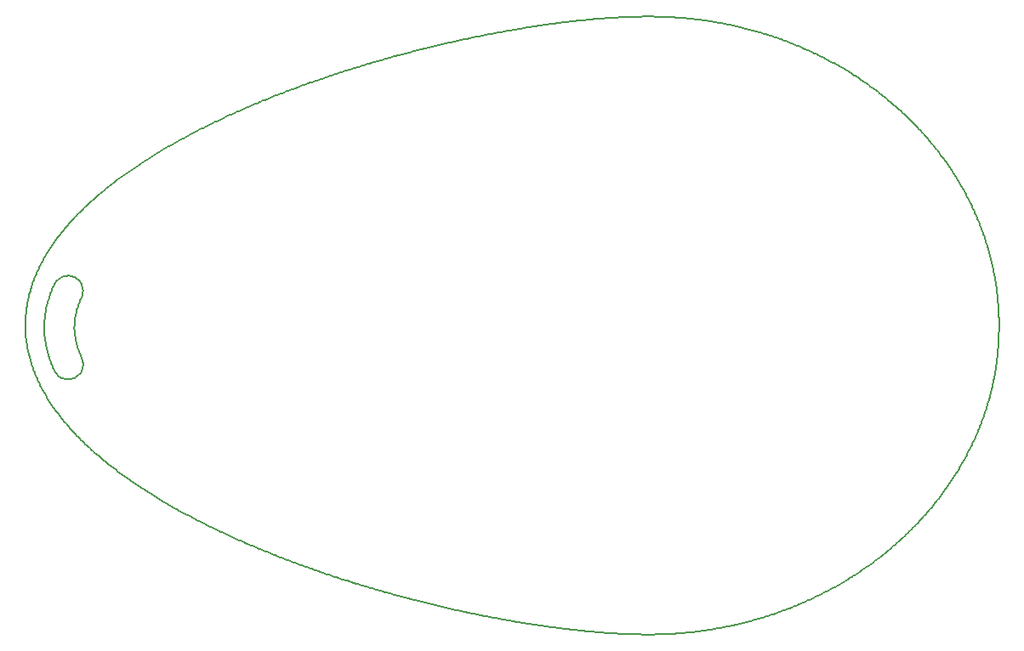
<source format=gbr>
G04 #@! TF.GenerationSoftware,KiCad,Pcbnew,(5.1.2-1)-1*
G04 #@! TF.CreationDate,2019-08-23T12:39:33+12:00*
G04 #@! TF.ProjectId,ccb,6363622e-6b69-4636-9164-5f7063625858,rev?*
G04 #@! TF.SameCoordinates,Original*
G04 #@! TF.FileFunction,Profile,NP*
%FSLAX46Y46*%
G04 Gerber Fmt 4.6, Leading zero omitted, Abs format (unit mm)*
G04 Created by KiCad (PCBNEW (5.1.2-1)-1) date 2019-08-23 12:39:33*
%MOMM*%
%LPD*%
G04 APERTURE LIST*
%ADD10C,0.200000*%
G04 APERTURE END LIST*
D10*
X90081959Y-63218197D02*
X90150823Y-63349562D01*
X90150823Y-63349562D02*
X90230258Y-63470768D01*
X90230258Y-63470768D02*
X90319633Y-63582075D01*
X90319633Y-63582075D02*
X90418920Y-63683990D01*
X90418920Y-63683990D02*
X90527416Y-63775931D01*
X90527416Y-63775931D02*
X90646849Y-63858858D01*
X90646849Y-63858858D02*
X90776818Y-63931407D01*
X90776818Y-63931407D02*
X90916764Y-63992127D01*
X90916764Y-63992127D02*
X91069318Y-64040350D01*
X91069318Y-64040350D02*
X91236113Y-64073653D01*
X91236113Y-64073653D02*
X91421464Y-64088310D01*
X91421464Y-64088310D02*
X91619209Y-64078546D01*
X91619209Y-64078546D02*
X91789357Y-64048664D01*
X91789357Y-64048664D02*
X91945453Y-64002661D01*
X91945453Y-64002661D02*
X92088144Y-63943593D01*
X92088144Y-63943593D02*
X92141253Y-63917081D01*
X89075011Y-58928000D02*
X89077248Y-59126232D01*
X89077248Y-59126232D02*
X89083854Y-59322521D01*
X89083854Y-59322521D02*
X89094509Y-59514628D01*
X89094509Y-59514628D02*
X89108879Y-59702143D01*
X89108879Y-59702143D02*
X89126610Y-59884680D01*
X89126610Y-59884680D02*
X89147829Y-60065836D01*
X89147829Y-60065836D02*
X89172416Y-60245424D01*
X89172416Y-60245424D02*
X89200227Y-60423263D01*
X89200227Y-60423263D02*
X89230351Y-60595058D01*
X89230351Y-60595058D02*
X89264912Y-60772985D01*
X89264912Y-60772985D02*
X89300532Y-60940335D01*
X89300532Y-60940335D02*
X89338558Y-61105182D01*
X89338558Y-61105182D02*
X89378815Y-61267384D01*
X89378815Y-61267384D02*
X89421119Y-61426799D01*
X89421119Y-61426799D02*
X89465284Y-61583297D01*
X89465284Y-61583297D02*
X89512473Y-61741152D01*
X89512473Y-61741152D02*
X89561307Y-61895909D01*
X89561307Y-61895909D02*
X89611588Y-62047447D01*
X89611588Y-62047447D02*
X89664718Y-62200157D01*
X89664718Y-62200157D02*
X89719062Y-62349487D01*
X89719062Y-62349487D02*
X89776184Y-62499900D01*
X89776184Y-62499900D02*
X89834277Y-62646780D01*
X89834277Y-62646780D02*
X89895064Y-62794658D01*
X89895064Y-62794658D02*
X89956567Y-62938858D01*
X89956567Y-62938858D02*
X90018570Y-63079280D01*
X90018570Y-63079280D02*
X90081959Y-63218197D01*
X92785217Y-55915399D02*
X92843286Y-55770202D01*
X92843286Y-55770202D02*
X92888352Y-55613181D01*
X92888352Y-55613181D02*
X92918165Y-55441020D01*
X92918165Y-55441020D02*
X92928412Y-55250395D01*
X92928412Y-55250395D02*
X92915449Y-55062948D01*
X92915449Y-55062948D02*
X92883737Y-54894617D01*
X92883737Y-54894617D02*
X92836826Y-54740479D01*
X92836826Y-54740479D02*
X92776563Y-54598014D01*
X92776563Y-54598014D02*
X92705367Y-54468171D01*
X92705367Y-54468171D02*
X92623347Y-54348445D01*
X92623347Y-54348445D02*
X92529774Y-54237235D01*
X92529774Y-54237235D02*
X92426814Y-54136879D01*
X92426814Y-54136879D02*
X92313097Y-54046043D01*
X92313097Y-54046043D02*
X92190958Y-53966759D01*
X92190958Y-53966759D02*
X92131613Y-53933972D01*
X92131613Y-53933972D02*
X92128786Y-53932491D01*
X92144375Y-63915446D02*
X92272393Y-63840177D01*
X92272393Y-63840177D02*
X92389406Y-63754947D01*
X92389406Y-63754947D02*
X92495951Y-63660230D01*
X92495951Y-63660230D02*
X92592670Y-63555843D01*
X92592670Y-63555843D02*
X92679445Y-63441771D01*
X92679445Y-63441771D02*
X92755996Y-63317654D01*
X92755996Y-63317654D02*
X92822039Y-63182018D01*
X92822039Y-63182018D02*
X92875910Y-63034788D01*
X92875910Y-63034788D02*
X92916104Y-62873355D01*
X92916104Y-62873355D02*
X92939383Y-62696228D01*
X92939383Y-62696228D02*
X92940742Y-62496183D01*
X92940742Y-62496183D02*
X92919323Y-62315267D01*
X92919323Y-62315267D02*
X92881187Y-62153124D01*
X92881187Y-62153124D02*
X92828364Y-62001928D01*
X92828364Y-62001928D02*
X92800726Y-61938192D01*
X92141253Y-63917081D02*
X92144375Y-63915446D01*
X92800726Y-61938192D02*
X92737396Y-61797583D01*
X92737396Y-61797583D02*
X92676819Y-61657063D01*
X92676819Y-61657063D02*
X92618344Y-61514990D01*
X92618344Y-61514990D02*
X92560854Y-61368143D01*
X92560854Y-61368143D02*
X92505989Y-61220190D01*
X92505989Y-61220190D02*
X92453903Y-61071315D01*
X92453903Y-61071315D02*
X92403716Y-60918482D01*
X92403716Y-60918482D02*
X92355839Y-60762073D01*
X92355839Y-60762073D02*
X92311502Y-60605584D01*
X92311502Y-60605584D02*
X92270053Y-60446210D01*
X92270053Y-60446210D02*
X92231846Y-60284389D01*
X92231846Y-60284389D02*
X92196632Y-60117695D01*
X92196632Y-60117695D02*
X92164982Y-59946855D01*
X92164982Y-59946855D02*
X92137420Y-59772643D01*
X92137420Y-59772643D02*
X92114120Y-59593263D01*
X92114120Y-59593263D02*
X92095647Y-59408623D01*
X92095647Y-59408623D02*
X92082723Y-59220164D01*
X92082723Y-59220164D02*
X92075877Y-59025977D01*
X92075877Y-59025977D02*
X92075000Y-58928000D01*
X90059550Y-54654981D02*
X89996788Y-54793579D01*
X89996788Y-54793579D02*
X89932444Y-54940666D01*
X89932444Y-54940666D02*
X89868130Y-55093301D01*
X89868130Y-55093301D02*
X89807703Y-55242454D01*
X89807703Y-55242454D02*
X89750819Y-55388579D01*
X89750819Y-55388579D02*
X89694936Y-55538252D01*
X89694936Y-55538252D02*
X89641460Y-55687932D01*
X89641460Y-55687932D02*
X89586813Y-55848352D01*
X89586813Y-55848352D02*
X89537669Y-56000105D01*
X89537669Y-56000105D02*
X89488383Y-56160616D01*
X89488383Y-56160616D02*
X89440981Y-56324278D01*
X89440981Y-56324278D02*
X89396582Y-56487486D01*
X89396582Y-56487486D02*
X89355293Y-56649699D01*
X89355293Y-56649699D02*
X89316709Y-56812472D01*
X89316709Y-56812472D02*
X89279974Y-56979994D01*
X89279974Y-56979994D02*
X89245343Y-57152307D01*
X89245343Y-57152307D02*
X89212527Y-57332625D01*
X89212527Y-57332625D02*
X89184331Y-57505646D01*
X89184331Y-57505646D02*
X89159000Y-57681395D01*
X89159000Y-57681395D02*
X89136619Y-57860423D01*
X89136619Y-57860423D02*
X89117326Y-58043288D01*
X89117326Y-58043288D02*
X89101475Y-58228410D01*
X89101475Y-58228410D02*
X89089019Y-58419040D01*
X89089019Y-58419040D02*
X89080374Y-58613063D01*
X89080374Y-58613063D02*
X89075674Y-58817019D01*
X89075674Y-58817019D02*
X89075011Y-58928000D01*
X92128786Y-53932491D02*
X91990923Y-53868813D01*
X91990923Y-53868813D02*
X91841668Y-53817747D01*
X91841668Y-53817747D02*
X91677574Y-53781134D01*
X91677574Y-53781134D02*
X91495583Y-53762829D01*
X91495583Y-53762829D02*
X91300535Y-53768269D01*
X91300535Y-53768269D02*
X91126648Y-53795023D01*
X91126648Y-53795023D02*
X90969025Y-53837918D01*
X90969025Y-53837918D02*
X90823764Y-53894468D01*
X90823764Y-53894468D02*
X90686720Y-53964633D01*
X90686720Y-53964633D02*
X90564050Y-54043530D01*
X90564050Y-54043530D02*
X90451676Y-54131864D01*
X90451676Y-54131864D02*
X90348458Y-54229893D01*
X90348458Y-54229893D02*
X90254214Y-54337831D01*
X90254214Y-54337831D02*
X90169868Y-54454953D01*
X90169868Y-54454953D02*
X90095804Y-54581301D01*
X90095804Y-54581301D02*
X90059550Y-54654981D01*
X92075000Y-58928000D02*
X92078466Y-58723812D01*
X92078466Y-58723812D02*
X92088281Y-58527510D01*
X92088281Y-58527510D02*
X92103438Y-58340659D01*
X92103438Y-58340659D02*
X92123723Y-58157557D01*
X92123723Y-58157557D02*
X92148284Y-57981179D01*
X92148284Y-57981179D02*
X92177279Y-57807214D01*
X92177279Y-57807214D02*
X92210147Y-57637164D01*
X92210147Y-57637164D02*
X92246524Y-57471081D01*
X92246524Y-57471081D02*
X92286810Y-57306053D01*
X92286810Y-57306053D02*
X92330052Y-57145065D01*
X92330052Y-57145065D02*
X92376361Y-56986676D01*
X92376361Y-56986676D02*
X92427455Y-56824972D01*
X92427455Y-56824972D02*
X92480928Y-56667383D01*
X92480928Y-56667383D02*
X92537007Y-56512459D01*
X92537007Y-56512459D02*
X92593119Y-56366199D01*
X92593119Y-56366199D02*
X92651155Y-56222675D01*
X92651155Y-56222675D02*
X92710917Y-56081908D01*
X92710917Y-56081908D02*
X92772893Y-55942418D01*
X92772893Y-55942418D02*
X92785217Y-55915399D01*
X87197129Y-58721828D02*
X87198759Y-58520356D01*
X87198759Y-58520356D02*
X87203559Y-58322092D01*
X87203559Y-58322092D02*
X87211514Y-58124343D01*
X87211514Y-58124343D02*
X87222602Y-57927107D01*
X87222602Y-57927107D02*
X87236381Y-57735701D01*
X87236381Y-57735701D02*
X87253601Y-57539488D01*
X87253601Y-57539488D02*
X87272729Y-57354363D01*
X87272729Y-57354363D02*
X87293934Y-57174969D01*
X87293934Y-57174969D02*
X87318454Y-56990762D01*
X87318454Y-56990762D02*
X87344874Y-56812267D01*
X87344874Y-56812267D02*
X87372953Y-56639445D01*
X87372953Y-56639445D02*
X87403420Y-56467040D01*
X87403420Y-56467040D02*
X87436262Y-56295057D01*
X87436262Y-56295057D02*
X87470368Y-56128688D01*
X87470368Y-56128688D02*
X87506683Y-55962712D01*
X87506683Y-55962712D02*
X87545198Y-55797134D01*
X87545198Y-55797134D02*
X87585901Y-55631953D01*
X87585901Y-55631953D02*
X87632914Y-55451746D01*
X87632914Y-55451746D02*
X87676716Y-55292532D01*
X87676716Y-55292532D02*
X87728599Y-55113225D01*
X87728599Y-55113225D02*
X87776693Y-54954811D01*
X87776693Y-54954811D02*
X87825139Y-54801869D01*
X87825139Y-54801869D02*
X87875449Y-54649280D01*
X87875449Y-54649280D02*
X87927614Y-54497046D01*
X87927614Y-54497046D02*
X87981623Y-54345167D01*
X87981623Y-54345167D02*
X88037468Y-54193646D01*
X88037468Y-54193646D02*
X88093188Y-54047516D01*
X88093188Y-54047516D02*
X88150605Y-53901717D01*
X88150605Y-53901717D02*
X88209712Y-53756256D01*
X88209712Y-53756256D02*
X88270501Y-53611129D01*
X88270501Y-53611129D02*
X88330782Y-53471325D01*
X88330782Y-53471325D02*
X88394852Y-53326860D01*
X88394852Y-53326860D02*
X88458283Y-53187697D01*
X88458283Y-53187697D02*
X88523251Y-53048848D01*
X88523251Y-53048848D02*
X88594557Y-52900433D01*
X88594557Y-52900433D02*
X88662687Y-52762242D01*
X88662687Y-52762242D02*
X88732329Y-52624365D01*
X88732329Y-52624365D02*
X88806046Y-52481900D01*
X88806046Y-52481900D02*
X88876125Y-52349567D01*
X88876125Y-52349567D02*
X88947589Y-52217531D01*
X88947589Y-52217531D02*
X89020433Y-52085791D01*
X89020433Y-52085791D02*
X89094650Y-51954349D01*
X89094650Y-51954349D02*
X89170233Y-51823205D01*
X89170233Y-51823205D02*
X89244302Y-51697198D01*
X89244302Y-51697198D02*
X89328397Y-51556983D01*
X89328397Y-51556983D02*
X89408087Y-51426747D01*
X89408087Y-51426747D02*
X89486093Y-51301618D01*
X89486093Y-51301618D02*
X89571478Y-51167176D01*
X89571478Y-51167176D02*
X89655167Y-51037842D01*
X89655167Y-51037842D02*
X89737003Y-50913585D01*
X89737003Y-50913585D02*
X89823269Y-50784841D01*
X89823269Y-50784841D02*
X89914113Y-50651650D01*
X89914113Y-50651650D02*
X89996404Y-50533007D01*
X89996404Y-50533007D02*
X90079800Y-50414622D01*
X90079800Y-50414622D02*
X90167704Y-50291781D01*
X90167704Y-50291781D02*
X90260243Y-50164513D01*
X90260243Y-50164513D02*
X90354055Y-50037549D01*
X90354055Y-50037549D02*
X90445587Y-49915577D01*
X90445587Y-49915577D02*
X90538289Y-49793888D01*
X90538289Y-49793888D02*
X90646695Y-49653836D01*
X90646695Y-49653836D02*
X90741892Y-49532759D01*
X90741892Y-49532759D02*
X90830784Y-49421252D01*
X90830784Y-49421252D02*
X90920650Y-49309986D01*
X90920650Y-49309986D02*
X91011488Y-49198967D01*
X91011488Y-49198967D02*
X91122534Y-49065144D01*
X91122534Y-49065144D02*
X91215494Y-48954662D01*
X91215494Y-48954662D02*
X91333035Y-48816908D01*
X91333035Y-48816908D02*
X91428133Y-48706978D01*
X91428133Y-48706978D02*
X91528198Y-48592731D01*
X91528198Y-48592731D02*
X91629281Y-48478752D01*
X91629281Y-48478752D02*
X91731378Y-48365039D01*
X91731378Y-48365039D02*
X91830337Y-48256126D01*
X91830337Y-48256126D02*
X91946956Y-48129374D01*
X91946956Y-48129374D02*
X92043687Y-48025509D01*
X92043687Y-48025509D02*
X92141256Y-47921873D01*
X92141256Y-47921873D02*
X92282704Y-47773574D01*
X92282704Y-47773574D02*
X92382299Y-47670495D01*
X92382299Y-47670495D02*
X92495878Y-47554244D01*
X92495878Y-47554244D02*
X92597226Y-47451653D01*
X92597226Y-47451653D02*
X92699390Y-47349291D01*
X92699390Y-47349291D02*
X92851898Y-47198392D01*
X92851898Y-47198392D02*
X92960613Y-47092181D01*
X92960613Y-47092181D02*
X93065613Y-46990629D01*
X93065613Y-46990629D02*
X93180652Y-46880510D01*
X93180652Y-46880510D02*
X93287313Y-46779442D01*
X93287313Y-46779442D02*
X93394762Y-46678605D01*
X93394762Y-46678605D02*
X93517172Y-46564896D01*
X93517172Y-46564896D02*
X93626286Y-46464555D01*
X93626286Y-46464555D02*
X93731383Y-46368795D01*
X93731383Y-46368795D02*
X93837185Y-46273249D01*
X93837185Y-46273249D02*
X93943689Y-46177914D01*
X93943689Y-46177914D02*
X94055779Y-46078475D01*
X94055779Y-46078475D02*
X94163705Y-45983580D01*
X94163705Y-45983580D02*
X94282231Y-45880299D01*
X94282231Y-45880299D02*
X94391601Y-45785852D01*
X94391601Y-45785852D02*
X94501652Y-45691621D01*
X94501652Y-45691621D02*
X94612381Y-45597602D01*
X94612381Y-45597602D02*
X94723787Y-45503801D01*
X94723787Y-45503801D02*
X94835865Y-45410217D01*
X94835865Y-45410217D02*
X94948612Y-45316848D01*
X94948612Y-45316848D02*
X95062026Y-45223696D01*
X95062026Y-45223696D02*
X95181298Y-45126541D01*
X95181298Y-45126541D02*
X95296058Y-45033831D01*
X95296058Y-45033831D02*
X95411470Y-44941339D01*
X95411470Y-44941339D02*
X95540764Y-44838592D01*
X95540764Y-44838592D02*
X95654887Y-44748651D01*
X95654887Y-44748651D02*
X95772298Y-44656831D01*
X95772298Y-44656831D02*
X95884966Y-44569391D01*
X95884966Y-44569391D02*
X96003622Y-44478000D01*
X96003622Y-44478000D02*
X96128348Y-44382689D01*
X96128348Y-44382689D02*
X96261962Y-44281426D01*
X96261962Y-44281426D02*
X96382600Y-44190727D01*
X96382600Y-44190727D02*
X96506623Y-44098196D01*
X96506623Y-44098196D02*
X96634065Y-44003844D01*
X96634065Y-44003844D02*
X96767763Y-43905648D01*
X96767763Y-43905648D02*
X96885344Y-43819942D01*
X96885344Y-43819942D02*
X97009114Y-43730370D01*
X97009114Y-43730370D02*
X97139153Y-43636965D01*
X97139153Y-43636965D02*
X97258456Y-43551892D01*
X97258456Y-43551892D02*
X97392601Y-43456933D01*
X97392601Y-43456933D02*
X97518794Y-43368264D01*
X97518794Y-43368264D02*
X97642686Y-43281823D01*
X97642686Y-43281823D02*
X97770037Y-43193595D01*
X97770037Y-43193595D02*
X97892139Y-43109585D01*
X97892139Y-43109585D02*
X98014764Y-43025778D01*
X98014764Y-43025778D02*
X98143789Y-42938199D01*
X98143789Y-42938199D02*
X98267478Y-42854810D01*
X98267478Y-42854810D02*
X98391684Y-42771623D01*
X98391684Y-42771623D02*
X98513425Y-42690616D01*
X98513425Y-42690616D02*
X98635652Y-42609804D01*
X98635652Y-42609804D02*
X98761358Y-42527223D01*
X98761358Y-42527223D02*
X98887566Y-42444847D01*
X98887566Y-42444847D02*
X99014274Y-42362675D01*
X99014274Y-42362675D02*
X99138443Y-42282662D01*
X99138443Y-42282662D02*
X99284409Y-42189233D01*
X99284409Y-42189233D02*
X99409596Y-42109646D01*
X99409596Y-42109646D02*
X99544455Y-42024452D01*
X99544455Y-42024452D02*
X99667514Y-41947198D01*
X99667514Y-41947198D02*
X99812666Y-41856667D01*
X99812666Y-41856667D02*
X99939773Y-41777904D01*
X99939773Y-41777904D02*
X100064215Y-41701252D01*
X100064215Y-41701252D02*
X100195339Y-41620970D01*
X100195339Y-41620970D02*
X100323792Y-41542802D01*
X100323792Y-41542802D02*
X100474735Y-41451539D01*
X100474735Y-41451539D02*
X100616790Y-41366226D01*
X100616790Y-41366226D02*
X100743502Y-41290594D01*
X100743502Y-41290594D02*
X100880177Y-41209502D01*
X100880177Y-41209502D02*
X101030105Y-41121117D01*
X101030105Y-41121117D02*
X101161351Y-41044229D01*
X101161351Y-41044229D02*
X101293018Y-40967541D01*
X101293018Y-40967541D02*
X101421881Y-40892916D01*
X101421881Y-40892916D02*
X101557613Y-40814764D01*
X101557613Y-40814764D02*
X101693778Y-40736822D01*
X101693778Y-40736822D02*
X101830377Y-40659093D01*
X101830377Y-40659093D02*
X101973939Y-40577888D01*
X101973939Y-40577888D02*
X102108131Y-40502428D01*
X102108131Y-40502428D02*
X102255877Y-40419837D01*
X102255877Y-40419837D02*
X102397507Y-40341145D01*
X102397507Y-40341145D02*
X102526337Y-40269964D01*
X102526337Y-40269964D02*
X102662156Y-40195331D01*
X102662156Y-40195331D02*
X102788390Y-40126342D01*
X184118638Y-58721828D02*
X184117914Y-58927269D01*
X184117914Y-58927269D02*
X184115750Y-59132233D01*
X184115750Y-59132233D02*
X184112309Y-59328864D01*
X184112309Y-59328864D02*
X184107542Y-59525055D01*
X184107542Y-59525055D02*
X184101498Y-59719242D01*
X184101498Y-59719242D02*
X184094087Y-59914556D01*
X184094087Y-59914556D02*
X184085502Y-60106320D01*
X184085502Y-60106320D02*
X184074867Y-60311647D01*
X184074867Y-60311647D02*
X184063531Y-60504084D01*
X184063531Y-60504084D02*
X184050902Y-60696094D01*
X184050902Y-60696094D02*
X184036976Y-60887679D01*
X184036976Y-60887679D02*
X184020990Y-61088076D01*
X184020990Y-61088076D02*
X184004834Y-61274178D01*
X184004834Y-61274178D02*
X183987452Y-61459880D01*
X183987452Y-61459880D02*
X183969002Y-61643646D01*
X183969002Y-61643646D02*
X183948335Y-61836177D01*
X183948335Y-61836177D02*
X183927775Y-62016088D01*
X183927775Y-62016088D02*
X183905678Y-62198660D01*
X183905678Y-62198660D02*
X183882978Y-62376287D01*
X183882978Y-62376287D02*
X183857888Y-62562623D01*
X183857888Y-62562623D02*
X183832856Y-62739488D01*
X183832856Y-62739488D02*
X183804400Y-62931051D01*
X183804400Y-62931051D02*
X183777241Y-63105642D01*
X183777241Y-63105642D02*
X183746980Y-63291871D01*
X183746980Y-63291871D02*
X183717008Y-63468707D01*
X183717008Y-63468707D02*
X183686957Y-63639191D01*
X183686957Y-63639191D02*
X183654171Y-63818272D01*
X183654171Y-63818272D02*
X183620776Y-63993994D01*
X183620776Y-63993994D02*
X183583260Y-64184188D01*
X183583260Y-64184188D02*
X183548717Y-64353212D01*
X183548717Y-64353212D02*
X183512475Y-64524846D01*
X183512475Y-64524846D02*
X183476442Y-64690226D01*
X183476442Y-64690226D02*
X183438041Y-64861160D01*
X183438041Y-64861160D02*
X183399925Y-65025866D01*
X183399925Y-65025866D02*
X183360786Y-65190239D01*
X183360786Y-65190239D02*
X183319175Y-65360137D01*
X183319175Y-65360137D02*
X183277217Y-65526763D01*
X183277217Y-65526763D02*
X183232678Y-65698875D01*
X183232678Y-65698875D02*
X183185444Y-65876438D01*
X183185444Y-65876438D02*
X183141823Y-66036208D01*
X183141823Y-66036208D02*
X183096408Y-66198557D01*
X183096408Y-66198557D02*
X183051658Y-66354802D01*
X183051658Y-66354802D02*
X183005115Y-66513630D01*
X183005115Y-66513630D02*
X182955851Y-66677902D01*
X182955851Y-66677902D02*
X182908219Y-66833222D01*
X182908219Y-66833222D02*
X182859649Y-66988240D01*
X182859649Y-66988240D02*
X182806446Y-67154409D01*
X182806446Y-67154409D02*
X182750272Y-67325945D01*
X182750272Y-67325945D02*
X182698735Y-67480014D01*
X182698735Y-67480014D02*
X182645288Y-67636629D01*
X182645288Y-67636629D02*
X182589880Y-67795778D01*
X182589880Y-67795778D02*
X182532458Y-67957441D01*
X182532458Y-67957441D02*
X182477107Y-68110293D01*
X182477107Y-68110293D02*
X182412940Y-68284015D01*
X182412940Y-68284015D02*
X182354007Y-68440460D01*
X182354007Y-68440460D02*
X182296818Y-68589571D01*
X182296818Y-68589571D02*
X182239848Y-68735593D01*
X182239848Y-68735593D02*
X182182023Y-68881343D01*
X182182023Y-68881343D02*
X182123349Y-69026828D01*
X182123349Y-69026828D02*
X182064975Y-69169252D01*
X182064975Y-69169252D02*
X182001110Y-69322556D01*
X182001110Y-69322556D02*
X181930353Y-69489452D01*
X181930353Y-69489452D02*
X181868121Y-69633810D01*
X181868121Y-69633810D02*
X181803820Y-69780665D01*
X181803820Y-69780665D02*
X181739882Y-69924483D01*
X181739882Y-69924483D02*
X181675100Y-70068036D01*
X181675100Y-70068036D02*
X181605660Y-70219578D01*
X181605660Y-70219578D02*
X181541717Y-70357090D01*
X181541717Y-70357090D02*
X181475697Y-70497098D01*
X181475697Y-70497098D02*
X181406232Y-70642330D01*
X181406232Y-70642330D02*
X181341239Y-70776359D01*
X149225000Y-89503655D02*
X149021479Y-89503217D01*
X149021479Y-89503217D02*
X148820645Y-89501944D01*
X148820645Y-89501944D02*
X148618201Y-89499839D01*
X148618201Y-89499839D02*
X148414162Y-89496901D01*
X148414162Y-89496901D02*
X148217514Y-89493314D01*
X148217514Y-89493314D02*
X148019437Y-89488967D01*
X148019437Y-89488967D02*
X147819940Y-89483858D01*
X147819940Y-89483858D02*
X147619041Y-89477993D01*
X147619041Y-89477993D02*
X147416752Y-89471372D01*
X147416752Y-89471372D02*
X147222375Y-89464347D01*
X147222375Y-89464347D02*
X147026755Y-89456631D01*
X147026755Y-89456631D02*
X146829907Y-89448230D01*
X146829907Y-89448230D02*
X146631842Y-89439143D01*
X146631842Y-89439143D02*
X146432571Y-89429372D01*
X146432571Y-89429372D02*
X146241679Y-89419429D01*
X146241679Y-89419429D02*
X146040088Y-89408321D01*
X146040088Y-89408321D02*
X145847012Y-89397108D01*
X145847012Y-89397108D02*
X145652886Y-89385276D01*
X145652886Y-89385276D02*
X145457718Y-89372827D01*
X145457718Y-89372827D02*
X145261520Y-89359759D01*
X145261520Y-89359759D02*
X145064307Y-89346080D01*
X145064307Y-89346080D02*
X144876015Y-89332510D01*
X144876015Y-89332510D02*
X144686825Y-89318386D01*
X144686825Y-89318386D02*
X144496743Y-89303710D01*
X144496743Y-89303710D02*
X144305777Y-89288478D01*
X144305777Y-89288478D02*
X144113936Y-89272695D01*
X144113936Y-89272695D02*
X143921229Y-89256357D01*
X143921229Y-89256357D02*
X143727666Y-89239468D01*
X143727666Y-89239468D02*
X143533255Y-89222030D01*
X143533255Y-89222030D02*
X143348303Y-89205001D01*
X143348303Y-89205001D02*
X143162607Y-89187482D01*
X143162607Y-89187482D02*
X142976170Y-89169465D01*
X142976170Y-89169465D02*
X142789008Y-89150959D01*
X142789008Y-89150959D02*
X142601120Y-89131958D01*
X142601120Y-89131958D02*
X142412520Y-89112470D01*
X142412520Y-89112470D02*
X142223211Y-89092487D01*
X142223211Y-89092487D02*
X142033205Y-89072019D01*
X142033205Y-89072019D02*
X141831892Y-89049879D01*
X141831892Y-89049879D02*
X141651122Y-89029610D01*
X141651122Y-89029610D02*
X141437680Y-89005204D01*
X141437680Y-89005204D02*
X141255604Y-88983986D01*
X141255604Y-88983986D02*
X141072942Y-88962332D01*
X141072942Y-88962332D02*
X140889695Y-88940244D01*
X140889695Y-88940244D02*
X140705872Y-88917725D01*
X140705872Y-88917725D02*
X140510615Y-88893408D01*
X140510615Y-88893408D02*
X140325625Y-88869996D01*
X140325625Y-88869996D02*
X140107275Y-88841899D01*
X140107275Y-88841899D02*
X139921078Y-88817547D01*
X139921078Y-88817547D02*
X139734343Y-88792761D01*
X139734343Y-88792761D02*
X139547068Y-88767546D01*
X139547068Y-88767546D02*
X139370325Y-88743422D01*
X139370325Y-88743422D02*
X139193119Y-88718916D01*
X139193119Y-88718916D02*
X139015454Y-88694032D01*
X139015454Y-88694032D02*
X138837332Y-88668764D01*
X138837332Y-88668764D02*
X138658764Y-88643119D01*
X138658764Y-88643119D02*
X138474152Y-88616272D01*
X138474152Y-88616272D02*
X138277843Y-88587361D01*
X138277843Y-88587361D02*
X138097907Y-88560529D01*
X138097907Y-88560529D02*
X137911903Y-88532465D01*
X137911903Y-88532465D02*
X137680183Y-88497034D01*
X137680183Y-88497034D02*
X137487510Y-88467186D01*
X137487510Y-88467186D02*
X137305749Y-88438704D01*
X137305749Y-88438704D02*
X137117888Y-88408938D01*
X137117888Y-88408938D02*
X136941025Y-88380610D01*
X136941025Y-88380610D02*
X136758071Y-88351000D01*
X136758071Y-88351000D02*
X136568996Y-88320071D01*
X136568996Y-88320071D02*
X136391011Y-88290654D01*
X136391011Y-88290654D02*
X136218431Y-88261852D01*
X136218431Y-88261852D02*
X136045523Y-88232720D01*
X136045523Y-88232720D02*
X135849172Y-88199305D01*
X135849172Y-88199305D02*
X135675585Y-88169471D01*
X135675585Y-88169471D02*
X135501684Y-88139310D01*
X135501684Y-88139310D02*
X135327476Y-88108824D01*
X135327476Y-88108824D02*
X135152963Y-88078007D01*
X135152963Y-88078007D02*
X134978153Y-88046866D01*
X134978153Y-88046866D02*
X134803047Y-88015397D01*
X134803047Y-88015397D02*
X134621801Y-87982537D01*
X134621801Y-87982537D02*
X134428522Y-87947172D01*
X134428522Y-87947172D02*
X134252521Y-87914681D01*
X134252521Y-87914681D02*
X134076243Y-87881866D01*
X134076243Y-87881866D02*
X133899692Y-87848726D01*
X133899692Y-87848726D02*
X133699279Y-87810774D01*
X133699279Y-87810774D02*
X133516256Y-87775807D01*
X133516256Y-87775807D02*
X133344788Y-87742783D01*
X133344788Y-87742783D02*
X133167162Y-87708303D01*
X133167162Y-87708303D02*
X132989284Y-87673497D01*
X132989284Y-87673497D02*
X132811160Y-87638370D01*
X132811160Y-87638370D02*
X132614947Y-87599358D01*
X132614947Y-87599358D02*
X132442281Y-87564752D01*
X132442281Y-87564752D02*
X132275364Y-87531054D01*
X132275364Y-87531054D02*
X132084358Y-87492198D01*
X132084358Y-87492198D02*
X131899081Y-87454208D01*
X131899081Y-87454208D02*
X131731533Y-87419599D01*
X131731533Y-87419599D02*
X131563799Y-87384713D01*
X131563799Y-87384713D02*
X131389880Y-87348284D01*
X131389880Y-87348284D02*
X131197747Y-87307739D01*
X131197747Y-87307739D02*
X131017414Y-87269397D01*
X131017414Y-87269397D02*
X130848926Y-87233324D01*
X130848926Y-87233324D02*
X130668217Y-87194366D01*
X130668217Y-87194366D02*
X130487321Y-87155089D01*
X130487321Y-87155089D02*
X130318319Y-87118144D01*
X130318319Y-87118144D02*
X130149159Y-87080920D01*
X130149159Y-87080920D02*
X129979848Y-87043420D01*
X129979848Y-87043420D02*
X129798276Y-87002932D01*
X129798276Y-87002932D02*
X129634718Y-86966225D01*
X129634718Y-86966225D02*
X129471027Y-86929258D01*
X129471027Y-86929258D02*
X129295070Y-86889269D01*
X129295070Y-86889269D02*
X129125041Y-86850377D01*
X129125041Y-86850377D02*
X128960961Y-86812613D01*
X128960961Y-86812613D02*
X128784595Y-86771766D01*
X128784595Y-86771766D02*
X128608096Y-86730624D01*
X128608096Y-86730624D02*
X128437560Y-86690623D01*
X128437560Y-86690623D02*
X128273004Y-86651789D01*
X128273004Y-86651789D02*
X128108341Y-86612700D01*
X128108341Y-86612700D02*
X127925264Y-86568968D01*
X127925264Y-86568968D02*
X127754283Y-86527871D01*
X127754283Y-86527871D02*
X127589310Y-86487982D01*
X127589310Y-86487982D02*
X127424244Y-86447838D01*
X127424244Y-86447838D02*
X127252973Y-86405939D01*
X127252973Y-86405939D02*
X127081609Y-86363768D01*
X127081609Y-86363768D02*
X126904033Y-86319805D01*
X126904033Y-86319805D02*
X126738618Y-86278608D01*
X126738618Y-86278608D02*
X126567000Y-86235619D01*
X126567000Y-86235619D02*
X126395302Y-86192359D01*
X126395302Y-86192359D02*
X126211259Y-86145708D01*
X126211259Y-86145708D02*
X126045552Y-86103456D01*
X126045552Y-86103456D02*
X125855217Y-86054633D01*
X125855217Y-86054633D02*
X125677094Y-86008661D01*
X125677094Y-86008661D02*
X125511196Y-85965598D01*
X125511196Y-85965598D02*
X125351397Y-85923895D01*
X125351397Y-85923895D02*
X125191549Y-85881955D01*
X125191549Y-85881955D02*
X125019359Y-85836531D01*
X125019359Y-85836531D02*
X124859427Y-85794111D01*
X124859427Y-85794111D02*
X124699460Y-85751457D01*
X124699460Y-85751457D02*
X124539459Y-85708575D01*
X124539459Y-85708575D02*
X124379428Y-85665457D01*
X124379428Y-85665457D02*
X124182429Y-85612075D01*
X124182429Y-85612075D02*
X124022339Y-85568442D01*
X124022339Y-85568442D02*
X123849913Y-85521196D01*
X123849913Y-85521196D02*
X123683623Y-85475383D01*
X123683623Y-85475383D02*
X123517315Y-85429320D01*
X123517315Y-85429320D02*
X123332516Y-85377850D01*
X123332516Y-85377850D02*
X123172347Y-85332995D01*
X123172347Y-85332995D02*
X122999849Y-85284432D01*
X122999849Y-85284432D02*
X122796544Y-85226855D01*
X122796544Y-85226855D02*
X122624044Y-85177711D01*
X122624044Y-85177711D02*
X122457708Y-85130072D01*
X122457708Y-85130072D02*
X122254418Y-85071510D01*
X122254418Y-85071510D02*
X122081943Y-85021533D01*
X122081943Y-85021533D02*
X121915642Y-84973089D01*
X121915642Y-84973089D02*
X121737043Y-84920783D01*
X121737043Y-84920783D02*
X121533838Y-84860916D01*
X121533838Y-84860916D02*
X121342985Y-84804345D01*
X121342985Y-84804345D02*
X121164477Y-84751130D01*
X121164477Y-84751130D02*
X120998315Y-84701332D01*
X120998315Y-84701332D02*
X120832186Y-84651287D01*
X120832186Y-84651287D02*
X120678399Y-84604733D01*
X120678399Y-84604733D02*
X120524646Y-84557967D01*
X120524646Y-84557967D02*
X120334048Y-84499687D01*
X120334048Y-84499687D02*
X120106641Y-84429706D01*
X120106641Y-84429706D02*
X119867051Y-84355450D01*
X119867051Y-84355450D02*
X119652134Y-84288375D01*
X119652134Y-84288375D02*
X119455729Y-84226693D01*
X119455729Y-84226693D02*
X119253283Y-84162728D01*
X119253283Y-84162728D02*
X119057071Y-84100354D01*
X119057071Y-84100354D02*
X118885467Y-84045496D01*
X118885467Y-84045496D02*
X118732319Y-83996297D01*
X118732319Y-83996297D02*
X118573118Y-83944909D01*
X118573118Y-83944909D02*
X118377284Y-83881356D01*
X118377284Y-83881356D02*
X118120436Y-83797430D01*
X118120436Y-83797430D02*
X117961544Y-83745182D01*
X117961544Y-83745182D02*
X117790527Y-83688667D01*
X117790527Y-83688667D02*
X117595210Y-83623762D01*
X117595210Y-83623762D02*
X117418327Y-83564650D01*
X117418327Y-83564650D02*
X117217191Y-83497047D01*
X117217191Y-83497047D02*
X117052747Y-83441470D01*
X117052747Y-83441470D02*
X116876246Y-83381509D01*
X116876246Y-83381509D02*
X116718118Y-83327518D01*
X116718118Y-83327518D02*
X116560099Y-83273302D01*
X116560099Y-83273302D02*
X116341490Y-83197872D01*
X116341490Y-83197872D02*
X116183743Y-83143129D01*
X116183743Y-83143129D02*
X116026120Y-83088168D01*
X116026120Y-83088168D02*
X115856505Y-83028731D01*
X115856505Y-83028731D02*
X115699136Y-82973310D01*
X115699136Y-82973310D02*
X115529809Y-82913381D01*
X115529809Y-82913381D02*
X115372709Y-82857501D01*
X115372709Y-82857501D02*
X115215746Y-82801406D01*
X115215746Y-82801406D02*
X115058919Y-82745089D01*
X115058919Y-82745089D02*
X114878141Y-82679836D01*
X114878141Y-82679836D02*
X114697553Y-82614290D01*
X114697553Y-82614290D02*
X114541200Y-82557248D01*
X114541200Y-82557248D02*
X114385000Y-82499990D01*
X114385000Y-82499990D02*
X114228948Y-82442508D01*
X114228948Y-82442508D02*
X114037100Y-82371466D01*
X114037100Y-82371466D02*
X113881400Y-82313500D01*
X113881400Y-82313500D02*
X113701948Y-82246346D01*
X113701948Y-82246346D02*
X113522715Y-82178902D01*
X113522715Y-82178902D02*
X113367560Y-82120216D01*
X113367560Y-82120216D02*
X113200663Y-82056774D01*
X113200663Y-82056774D02*
X113010171Y-81983960D01*
X113010171Y-81983960D02*
X112855597Y-81924559D01*
X112855597Y-81924559D02*
X112701198Y-81864938D01*
X112701198Y-81864938D02*
X112523278Y-81795878D01*
X112523278Y-81795878D02*
X112369281Y-81735793D01*
X112369281Y-81735793D02*
X112215474Y-81675493D01*
X112215474Y-81675493D02*
X112061861Y-81614976D01*
X112061861Y-81614976D02*
X111908442Y-81554245D01*
X111908442Y-81554245D02*
X111755221Y-81493298D01*
X111755221Y-81493298D02*
X111578679Y-81422708D01*
X111578679Y-81422708D02*
X111402408Y-81351832D01*
X111402408Y-81351832D02*
X111226414Y-81280670D01*
X111226414Y-81280670D02*
X111062406Y-81213995D01*
X111062406Y-81213995D02*
X110910336Y-81151860D01*
X110910336Y-81151860D02*
X110758483Y-81089510D01*
X110758483Y-81089510D02*
X110595196Y-81022127D01*
X110595196Y-81022127D02*
X110443801Y-80959333D01*
X110443801Y-80959333D02*
X110281015Y-80891472D01*
X110281015Y-80891472D02*
X110118495Y-80823364D01*
X110118495Y-80823364D02*
X109956245Y-80755010D01*
X109956245Y-80755010D02*
X109782708Y-80681500D01*
X109782708Y-80681500D02*
X109632564Y-80617562D01*
X109632564Y-80617562D02*
X109436588Y-80533630D01*
X109436588Y-80533630D02*
X109287008Y-80469204D01*
X109287008Y-80469204D02*
X109091776Y-80384635D01*
X109091776Y-80384635D02*
X108931320Y-80314716D01*
X108931320Y-80314716D02*
X108771160Y-80244554D01*
X108771160Y-80244554D02*
X108622706Y-80179183D01*
X108622706Y-80179183D02*
X108463126Y-80108551D01*
X108463126Y-80108551D02*
X108303852Y-80037673D01*
X108303852Y-80037673D02*
X108088188Y-79941091D01*
X108088188Y-79941091D02*
X107940963Y-79874750D01*
X107940963Y-79874750D02*
X107771429Y-79797942D01*
X107771429Y-79797942D02*
X107579735Y-79710556D01*
X107579735Y-79710556D02*
X107433471Y-79643491D01*
X107433471Y-79643491D02*
X107276273Y-79571034D01*
X107276273Y-79571034D02*
X107074651Y-79477516D01*
X107074651Y-79477516D02*
X106918220Y-79404505D01*
X106918220Y-79404505D02*
X106762128Y-79331252D01*
X106762128Y-79331252D02*
X106617494Y-79263014D01*
X106617494Y-79263014D02*
X106473161Y-79194569D01*
X106473161Y-79194569D02*
X106329130Y-79125916D01*
X106329130Y-79125916D02*
X106152283Y-79041136D01*
X106152283Y-79041136D02*
X105997925Y-78966697D01*
X105997925Y-78966697D02*
X105832945Y-78886672D01*
X105832945Y-78886672D02*
X105690303Y-78817097D01*
X105690303Y-78817097D02*
X105547977Y-78747314D01*
X105547977Y-78747314D02*
X105405973Y-78677325D01*
X105405973Y-78677325D02*
X105264293Y-78607129D01*
X105264293Y-78607129D02*
X105122941Y-78536726D01*
X105122941Y-78536726D02*
X104981919Y-78466118D01*
X104981919Y-78466118D02*
X104808810Y-78378936D01*
X104808810Y-78378936D02*
X104668534Y-78307869D01*
X104668534Y-78307869D02*
X104517847Y-78231107D01*
X104517847Y-78231107D02*
X104378280Y-78159617D01*
X104378280Y-78159617D02*
X104239057Y-78087920D01*
X104239057Y-78087920D02*
X104100184Y-78016021D01*
X104100184Y-78016021D02*
X103961661Y-77943916D01*
X103961661Y-77943916D02*
X103823491Y-77871607D01*
X103823491Y-77871607D02*
X103685676Y-77799094D01*
X103685676Y-77799094D02*
X103537665Y-77720777D01*
X103537665Y-77720777D02*
X103390075Y-77642223D01*
X103390075Y-77642223D02*
X103253405Y-77569068D01*
X103253405Y-77569068D02*
X103117107Y-77495713D01*
X103117107Y-77495713D02*
X102960299Y-77410817D01*
X102960299Y-77410817D02*
X102824804Y-77337025D01*
X102824804Y-77337025D02*
X102788390Y-77317125D01*
X102788390Y-40126342D02*
X102918540Y-40055573D01*
X102918540Y-40055573D02*
X103064729Y-39976533D01*
X103064729Y-39976533D02*
X103211350Y-39897726D01*
X103211350Y-39897726D02*
X103358401Y-39819149D01*
X103358401Y-39819149D02*
X103495332Y-39746393D01*
X103495332Y-39746393D02*
X103632627Y-39673838D01*
X103632627Y-39673838D02*
X103823325Y-39573706D01*
X103823325Y-39573706D02*
X103961480Y-39501629D01*
X103961480Y-39501629D02*
X104132006Y-39413195D01*
X104132006Y-39413195D02*
X104281650Y-39336062D01*
X104281650Y-39336062D02*
X104431700Y-39259166D01*
X104431700Y-39259166D02*
X104571392Y-39187970D01*
X104571392Y-39187970D02*
X104711426Y-39116977D01*
X104711426Y-39116977D02*
X104862614Y-39040750D01*
X104862614Y-39040750D02*
X105025032Y-38959336D01*
X105025032Y-38959336D02*
X105198767Y-38872794D01*
X105198767Y-38872794D02*
X105340297Y-38802705D01*
X105340297Y-38802705D02*
X105493080Y-38727450D01*
X105493080Y-38727450D02*
X105646234Y-38652431D01*
X105646234Y-38652431D02*
X105799764Y-38577648D01*
X105799764Y-38577648D02*
X105942657Y-38508419D01*
X105942657Y-38508419D02*
X106085864Y-38439394D01*
X106085864Y-38439394D02*
X106251492Y-38360004D01*
X106251492Y-38360004D02*
X106406448Y-38286152D01*
X106406448Y-38286152D02*
X106606197Y-38191547D01*
X106606197Y-38191547D02*
X106761959Y-38118239D01*
X106761959Y-38118239D02*
X106906904Y-38050380D01*
X106906904Y-38050380D02*
X107052144Y-37982726D01*
X107052144Y-37982726D02*
X107220092Y-37904919D01*
X107220092Y-37904919D02*
X107377191Y-37832548D01*
X107377191Y-37832548D02*
X107545881Y-37755271D01*
X107545881Y-37755271D02*
X107703666Y-37683395D01*
X107703666Y-37683395D02*
X107850470Y-37616867D01*
X107850470Y-37616867D02*
X107997550Y-37550548D01*
X107997550Y-37550548D02*
X108144906Y-37484434D01*
X108144906Y-37484434D02*
X108303900Y-37413467D01*
X108303900Y-37413467D02*
X108451815Y-37347783D01*
X108451815Y-37347783D02*
X108622814Y-37272254D01*
X108622814Y-37272254D02*
X108771296Y-37207019D01*
X108771296Y-37207019D02*
X108942944Y-37132007D01*
X108942944Y-37132007D02*
X109126410Y-37052301D01*
X109126410Y-37052301D02*
X109275757Y-36987772D01*
X109275757Y-36987772D02*
X109425353Y-36923453D01*
X109425353Y-36923453D02*
X109575198Y-36859343D01*
X109575198Y-36859343D02*
X109736840Y-36790535D01*
X109736840Y-36790535D02*
X109887186Y-36726861D01*
X109887186Y-36726861D02*
X110037769Y-36663395D01*
X110037769Y-36663395D02*
X110211810Y-36590428D01*
X110211810Y-36590428D02*
X110362893Y-36527415D01*
X110362893Y-36527415D02*
X110537507Y-36454972D01*
X110537507Y-36454972D02*
X110689080Y-36392414D01*
X110689080Y-36392414D02*
X110864248Y-36320494D01*
X110864248Y-36320494D02*
X111039706Y-36248855D01*
X111039706Y-36248855D02*
X111238909Y-36168007D01*
X111238909Y-36168007D02*
X111403229Y-36101698D01*
X111403229Y-36101698D02*
X111603085Y-36021508D01*
X111603085Y-36021508D02*
X111756153Y-35960433D01*
X111756153Y-35960433D02*
X111909424Y-35899571D01*
X111909424Y-35899571D02*
X112133791Y-35811001D01*
X112133791Y-35811001D02*
X112287545Y-35750662D01*
X112287545Y-35750662D02*
X112453343Y-35685922D01*
X112453343Y-35685922D02*
X112607493Y-35626027D01*
X112607493Y-35626027D02*
X112761829Y-35566348D01*
X112761829Y-35566348D02*
X112916350Y-35506882D01*
X112916350Y-35506882D02*
X113071049Y-35447629D01*
X113071049Y-35447629D02*
X113225928Y-35388593D01*
X113225928Y-35388593D02*
X113380978Y-35329770D01*
X113380978Y-35329770D02*
X113536202Y-35271162D01*
X113536202Y-35271162D02*
X113703556Y-35208288D01*
X113703556Y-35208288D02*
X113871100Y-35145662D01*
X113871100Y-35145662D02*
X114086792Y-35065513D01*
X114086792Y-35065513D02*
X114278774Y-34994616D01*
X114278774Y-34994616D02*
X114458969Y-34928448D01*
X114458969Y-34928448D02*
X114663434Y-34853805D01*
X114663434Y-34853805D02*
X114819961Y-34796975D01*
X114819961Y-34796975D02*
X115000749Y-34731673D01*
X115000749Y-34731673D02*
X115169655Y-34670986D01*
X115169655Y-34670986D02*
X115326640Y-34614858D01*
X115326640Y-34614858D02*
X115532134Y-34541790D01*
X115532134Y-34541790D02*
X115725745Y-34473361D01*
X115725745Y-34473361D02*
X115883197Y-34418005D01*
X115883197Y-34418005D02*
X116052901Y-34358635D01*
X116052901Y-34358635D02*
X116222747Y-34299519D01*
X116222747Y-34299519D02*
X116380585Y-34244853D01*
X116380585Y-34244853D02*
X116550696Y-34186228D01*
X116550696Y-34186228D02*
X116714857Y-34129939D01*
X116714857Y-34129939D02*
X116885222Y-34071813D01*
X116885222Y-34071813D02*
X117037437Y-34020131D01*
X117037437Y-34020131D02*
X117201942Y-33964544D01*
X117201942Y-33964544D02*
X117366554Y-33909195D01*
X117366554Y-33909195D02*
X117525170Y-33856122D01*
X117525170Y-33856122D02*
X117683881Y-33803267D01*
X117683881Y-33803267D02*
X117842685Y-33750633D01*
X117842685Y-33750633D02*
X118007691Y-33696209D01*
X118007691Y-33696209D02*
X118185026Y-33638021D01*
X118185026Y-33638021D02*
X118356343Y-33582102D01*
X118356343Y-33582102D02*
X118576745Y-33510582D01*
X118576745Y-33510582D02*
X118742144Y-33457224D01*
X118742144Y-33457224D02*
X118907622Y-33404103D01*
X118907622Y-33404103D02*
X119067044Y-33353179D01*
X119067044Y-33353179D02*
X119232668Y-33300532D01*
X119232668Y-33300532D02*
X119398363Y-33248125D01*
X119398363Y-33248125D02*
X119551841Y-33199815D01*
X119551841Y-33199815D02*
X119717661Y-33147871D01*
X119717661Y-33147871D02*
X119895830Y-33092351D01*
X119895830Y-33092351D02*
X120049477Y-33044712D01*
X120049477Y-33044712D02*
X120209319Y-32995388D01*
X120209319Y-32995388D02*
X120369207Y-32946288D01*
X120369207Y-32946288D02*
X120529141Y-32897413D01*
X120529141Y-32897413D02*
X120707576Y-32843165D01*
X120707576Y-32843165D02*
X120879903Y-32791051D01*
X120879903Y-32791051D02*
X121033801Y-32744744D01*
X121033801Y-32744744D02*
X121249307Y-32680263D01*
X121249307Y-32680263D02*
X121421752Y-32628974D01*
X121421752Y-32628974D02*
X121637344Y-32565230D01*
X121637344Y-32565230D02*
X121809848Y-32514532D01*
X121809848Y-32514532D02*
X121988536Y-32462300D01*
X121988536Y-32462300D02*
X122161078Y-32412137D01*
X122161078Y-32412137D02*
X122327470Y-32364015D01*
X122327470Y-32364015D02*
X122500037Y-32314369D01*
X122500037Y-32314369D02*
X122678774Y-32263230D01*
X122678774Y-32263230D02*
X122851351Y-32214123D01*
X122851351Y-32214123D02*
X123023926Y-32165281D01*
X123023926Y-32165281D02*
X123196498Y-32116704D01*
X123196498Y-32116704D02*
X123369063Y-32068394D01*
X123369063Y-32068394D02*
X123535452Y-32022057D01*
X123535452Y-32022057D02*
X123714152Y-31972567D01*
X123714152Y-31972567D02*
X123905152Y-31919975D01*
X123905152Y-31919975D02*
X124077647Y-31872756D01*
X124077647Y-31872756D02*
X124256275Y-31824132D01*
X124256275Y-31824132D02*
X124428712Y-31777455D01*
X124428712Y-31777455D02*
X124601115Y-31731047D01*
X124601115Y-31731047D02*
X124773483Y-31684906D01*
X124773483Y-31684906D02*
X124945809Y-31639032D01*
X124945809Y-31639032D02*
X125118090Y-31593426D01*
X125118090Y-31593426D02*
X125284173Y-31549703D01*
X125284173Y-31549703D02*
X125444062Y-31507837D01*
X125444062Y-31507837D02*
X125634633Y-31458221D01*
X125634633Y-31458221D02*
X125806702Y-31413691D01*
X125806702Y-31413691D02*
X125972566Y-31371005D01*
X125972566Y-31371005D02*
X126144510Y-31327006D01*
X126144510Y-31327006D02*
X126340930Y-31277049D01*
X126340930Y-31277049D02*
X126512718Y-31233626D01*
X126512718Y-31233626D02*
X126684430Y-31190475D01*
X126684430Y-31190475D02*
X126892832Y-31138443D01*
X126892832Y-31138443D02*
X127064361Y-31095889D01*
X127064361Y-31095889D02*
X127235799Y-31053609D01*
X127235799Y-31053609D02*
X127407149Y-31011601D01*
X127407149Y-31011601D02*
X127578401Y-30969863D01*
X127578401Y-30969863D02*
X127743444Y-30929878D01*
X127743444Y-30929878D02*
X127908390Y-30890144D01*
X127908390Y-30890144D02*
X128079340Y-30849205D01*
X128079340Y-30849205D02*
X128256282Y-30807093D01*
X128256282Y-30807093D02*
X128420908Y-30768149D01*
X128420908Y-30768149D02*
X128591519Y-30728031D01*
X128591519Y-30728031D02*
X128762009Y-30688186D01*
X128762009Y-30688186D02*
X128938456Y-30647210D01*
X128938456Y-30647210D02*
X129102610Y-30609322D01*
X129102610Y-30609322D02*
X129278790Y-30568916D01*
X129278790Y-30568916D02*
X129448754Y-30530179D01*
X129448754Y-30530179D02*
X129612518Y-30493088D01*
X129612518Y-30493088D02*
X129788265Y-30453536D01*
X129788265Y-30453536D02*
X129951752Y-30416978D01*
X129951752Y-30416978D02*
X130133239Y-30376657D01*
X130133239Y-30376657D02*
X130314549Y-30336652D01*
X130314549Y-30336652D02*
X130489645Y-30298284D01*
X130489645Y-30298284D02*
X130664568Y-30260215D01*
X130664568Y-30260215D02*
X130833293Y-30223740D01*
X130833293Y-30223740D02*
X131001848Y-30187542D01*
X131001848Y-30187542D02*
X131182252Y-30149066D01*
X131182252Y-30149066D02*
X131362453Y-30110910D01*
X131362453Y-30110910D02*
X131530458Y-30075587D01*
X131530458Y-30075587D02*
X131698277Y-30040542D01*
X131698277Y-30040542D02*
X131865910Y-30005777D01*
X131865910Y-30005777D02*
X132033352Y-29971291D01*
X132033352Y-29971291D02*
X132224478Y-29932219D01*
X132224478Y-29932219D02*
X132403423Y-29895923D01*
X132403423Y-29895923D02*
X132570228Y-29862336D01*
X132570228Y-29862336D02*
X132742776Y-29827848D01*
X132742776Y-29827848D02*
X132915097Y-29793659D01*
X132915097Y-29793659D02*
X133099051Y-29757446D01*
X133099051Y-29757446D02*
X133288658Y-29720424D01*
X133288658Y-29720424D02*
X133483889Y-29682632D01*
X133483889Y-29682632D02*
X133661098Y-29648615D01*
X133661098Y-29648615D02*
X133838047Y-29614922D01*
X133838047Y-29614922D02*
X134020611Y-29580447D01*
X134020611Y-29580447D02*
X134191134Y-29548510D01*
X134191134Y-29548510D02*
X134367266Y-29515791D01*
X134367266Y-29515791D02*
X134589962Y-29474818D01*
X134589962Y-29474818D02*
X134765450Y-29442836D01*
X134765450Y-29442836D02*
X134940647Y-29411183D01*
X134940647Y-29411183D02*
X135121374Y-29378817D01*
X135121374Y-29378817D02*
X135348286Y-29338595D01*
X135348286Y-29338595D02*
X135522481Y-29308029D01*
X135522481Y-29308029D02*
X135696367Y-29277793D01*
X135696367Y-29277793D02*
X135869937Y-29247884D01*
X135869937Y-29247884D02*
X136043189Y-29218306D01*
X136043189Y-29218306D02*
X136216119Y-29189052D01*
X136216119Y-29189052D02*
X136388718Y-29160130D01*
X136388718Y-29160130D02*
X136560985Y-29131538D01*
X136560985Y-29131538D02*
X136732916Y-29103274D01*
X136732916Y-29103274D02*
X136915936Y-29073489D01*
X136915936Y-29073489D02*
X137098559Y-29044082D01*
X137098559Y-29044082D02*
X137303535Y-29011447D01*
X137303535Y-29011447D02*
X137485306Y-28982840D01*
X137485306Y-28982840D02*
X137666665Y-28954609D01*
X137666665Y-28954609D02*
X137853259Y-28925891D01*
X137853259Y-28925891D02*
X138050669Y-28895871D01*
X138050669Y-28895871D02*
X138230712Y-28868823D01*
X138230712Y-28868823D02*
X138410323Y-28842154D01*
X138410323Y-28842154D02*
X138611862Y-28812604D01*
X138611862Y-28812604D02*
X138790536Y-28786740D01*
X138790536Y-28786740D02*
X139013248Y-28754947D01*
X139013248Y-28754947D02*
X139190903Y-28729938D01*
X139190903Y-28729938D02*
X139368098Y-28705312D01*
X139368098Y-28705312D02*
X139544824Y-28681066D01*
X139544824Y-28681066D02*
X139721080Y-28657204D01*
X139721080Y-28657204D02*
X139907826Y-28632267D01*
X139907826Y-28632267D02*
X140094029Y-28607765D01*
X140094029Y-28607765D02*
X140279680Y-28583693D01*
X140279680Y-28583693D02*
X140464773Y-28560057D01*
X140464773Y-28560057D02*
X140649299Y-28536852D01*
X140649299Y-28536852D02*
X140833256Y-28514082D01*
X140833256Y-28514082D02*
X141016636Y-28491746D01*
X141016636Y-28491746D02*
X141199431Y-28469846D01*
X141199431Y-28469846D02*
X141381634Y-28448381D01*
X141381634Y-28448381D02*
X141573906Y-28426129D01*
X141573906Y-28426129D02*
X141754876Y-28405563D01*
X141754876Y-28405563D02*
X141935231Y-28385434D01*
X141935231Y-28385434D02*
X142136079Y-28363455D01*
X142136079Y-28363455D02*
X142325634Y-28343137D01*
X142325634Y-28343137D02*
X142514485Y-28323311D01*
X142514485Y-28323311D02*
X142702618Y-28303977D01*
X142702618Y-28303977D02*
X142890031Y-28285139D01*
X142890031Y-28285139D02*
X143076714Y-28266792D01*
X143076714Y-28266792D02*
X143262658Y-28248940D01*
X143262658Y-28248940D02*
X143447858Y-28231582D01*
X143447858Y-28231582D02*
X143632304Y-28214720D01*
X143632304Y-28214720D02*
X143815989Y-28198353D01*
X143815989Y-28198353D02*
X144009045Y-28181616D01*
X144009045Y-28181616D02*
X144201237Y-28165432D01*
X144201237Y-28165432D02*
X144402600Y-28148999D01*
X144402600Y-28148999D02*
X144592987Y-28133953D01*
X144592987Y-28133953D02*
X144782482Y-28119465D01*
X144782482Y-28119465D02*
X144971075Y-28105533D01*
X144971075Y-28105533D02*
X145158758Y-28092161D01*
X145158758Y-28092161D02*
X145355326Y-28078685D01*
X145355326Y-28078685D02*
X145550864Y-28065830D01*
X145550864Y-28065830D02*
X145745362Y-28053595D01*
X145745362Y-28053595D02*
X145938809Y-28041979D01*
X145938809Y-28041979D02*
X146131196Y-28030987D01*
X146131196Y-28030987D02*
X146322514Y-28020618D01*
X146322514Y-28020618D02*
X146522229Y-28010398D01*
X146522229Y-28010398D02*
X146720741Y-28000869D01*
X146720741Y-28000869D02*
X146918039Y-27992029D01*
X146918039Y-27992029D02*
X147114102Y-27983875D01*
X147114102Y-27983875D02*
X147308927Y-27976414D01*
X147308927Y-27976414D02*
X147502500Y-27969648D01*
X147502500Y-27969648D02*
X147703929Y-27963298D01*
X147703929Y-27963298D02*
X147903958Y-27957712D01*
X147903958Y-27957712D02*
X148102571Y-27952890D01*
X148102571Y-27952890D02*
X148299749Y-27948828D01*
X148299749Y-27948828D02*
X148504348Y-27945399D01*
X148504348Y-27945399D02*
X148707352Y-27942809D01*
X148707352Y-27942809D02*
X148908743Y-27941056D01*
X148908743Y-27941056D02*
X149108507Y-27940142D01*
X149108507Y-27940142D02*
X149225000Y-27940000D01*
X181341239Y-70776359D02*
X181272333Y-70916542D01*
X181272333Y-70916542D02*
X181204660Y-71052389D01*
X181204660Y-71052389D02*
X181132216Y-71195862D01*
X181132216Y-71195862D02*
X181050776Y-71354841D01*
X181050776Y-71354841D02*
X180972484Y-71505438D01*
X180972484Y-71505438D02*
X180897487Y-71647719D01*
X180897487Y-71647719D02*
X180821691Y-71789620D01*
X180821691Y-71789620D02*
X180749370Y-71923282D01*
X180749370Y-71923282D02*
X180676338Y-72056599D01*
X180676338Y-72056599D02*
X180602598Y-72189570D01*
X180602598Y-72189570D02*
X180523753Y-72329983D01*
X180523753Y-72329983D02*
X180444118Y-72470001D01*
X180444118Y-72470001D02*
X180368186Y-72601879D01*
X180368186Y-72601879D02*
X180291556Y-72733402D01*
X180291556Y-72733402D02*
X180214225Y-72864567D01*
X180214225Y-72864567D02*
X180136201Y-72995373D01*
X180136201Y-72995373D02*
X180057485Y-73125818D01*
X180057485Y-73125818D02*
X179973387Y-73263542D01*
X179973387Y-73263542D02*
X179864802Y-73438925D01*
X179864802Y-73438925D02*
X179764568Y-73598471D01*
X179764568Y-73598471D02*
X179677823Y-73734776D01*
X179677823Y-73734776D02*
X179595197Y-73863123D01*
X179595197Y-73863123D02*
X179511894Y-73991098D01*
X179511894Y-73991098D02*
X179427913Y-74118696D01*
X179427913Y-74118696D02*
X179343261Y-74245918D01*
X179343261Y-74245918D02*
X179252895Y-74380206D01*
X179252895Y-74380206D02*
X179166861Y-74506642D01*
X179166861Y-74506642D02*
X179080161Y-74632694D01*
X179080161Y-74632694D02*
X178997954Y-74750977D01*
X178997954Y-74750977D02*
X178915157Y-74868917D01*
X178915157Y-74868917D02*
X178831776Y-74986512D01*
X178831776Y-74986512D02*
X178747812Y-75103760D01*
X178747812Y-75103760D02*
X178663266Y-75220660D01*
X178663266Y-75220660D02*
X178578140Y-75337208D01*
X178578140Y-75337208D02*
X178470923Y-75482401D01*
X178470923Y-75482401D02*
X178384499Y-75598156D01*
X178384499Y-75598156D02*
X178281127Y-75735151D01*
X178281127Y-75735151D02*
X178187951Y-75857302D01*
X178187951Y-75857302D02*
X178099670Y-75971895D01*
X178099670Y-75971895D02*
X178005249Y-76093256D01*
X178005249Y-76093256D02*
X177898961Y-76228409D01*
X177898961Y-76228409D02*
X177808840Y-76341824D01*
X177808840Y-76341824D02*
X177718157Y-76454872D01*
X177718157Y-76454872D02*
X177626915Y-76567554D01*
X177626915Y-76567554D02*
X177535111Y-76679863D01*
X177535111Y-76679863D02*
X177436960Y-76798786D01*
X177436960Y-76798786D02*
X177338182Y-76917289D01*
X177338182Y-76917289D02*
X177238783Y-77035367D01*
X177238783Y-77035367D02*
X177144661Y-77146113D01*
X177144661Y-77146113D02*
X177049992Y-77256480D01*
X177049992Y-77256480D02*
X176954774Y-77366466D01*
X176954774Y-77366466D02*
X176853008Y-77482910D01*
X176853008Y-77482910D02*
X176750628Y-77598921D01*
X176750628Y-77598921D02*
X176647635Y-77714496D01*
X176647635Y-77714496D02*
X176550146Y-77822876D01*
X176550146Y-77822876D02*
X176452119Y-77930870D01*
X176452119Y-77930870D02*
X176347377Y-78045182D01*
X176347377Y-78045182D02*
X176198482Y-78205811D01*
X176198482Y-78205811D02*
X176086026Y-78325705D01*
X176086026Y-78325705D02*
X175985501Y-78431853D01*
X175985501Y-78431853D02*
X175852760Y-78570568D01*
X175852760Y-78570568D02*
X175751017Y-78675796D01*
X175751017Y-78675796D02*
X175642344Y-78787159D01*
X175642344Y-78787159D02*
X175520188Y-78911085D01*
X175520188Y-78911085D02*
X175403786Y-79027963D01*
X175403786Y-79027963D02*
X175299769Y-79131422D01*
X175299769Y-79131422D02*
X175195235Y-79234469D01*
X175195235Y-79234469D02*
X175063847Y-79362706D01*
X175063847Y-79362706D02*
X174944913Y-79477566D01*
X174944913Y-79477566D02*
X174838653Y-79579225D01*
X174838653Y-79579225D02*
X174731886Y-79680467D01*
X174731886Y-79680467D02*
X174617892Y-79787579D01*
X174617892Y-79787579D02*
X174489815Y-79906734D01*
X174489815Y-79906734D02*
X174374620Y-80012842D01*
X174374620Y-80012842D02*
X174265685Y-80112270D01*
X174265685Y-80112270D02*
X174149398Y-80217450D01*
X174149398Y-80217450D02*
X174032549Y-80322149D01*
X174032549Y-80322149D02*
X173908218Y-80432477D01*
X173908218Y-80432477D02*
X173797181Y-80530090D01*
X173797181Y-80530090D02*
X173685653Y-80627274D01*
X173685653Y-80627274D02*
X173524478Y-80766215D01*
X173524478Y-80766215D02*
X173411761Y-80862339D01*
X173411761Y-80862339D02*
X173298563Y-80958025D01*
X173298563Y-80958025D02*
X173170638Y-81065148D01*
X173170638Y-81065148D02*
X173020626Y-81189419D01*
X173020626Y-81189419D02*
X172898583Y-81289461D01*
X172898583Y-81289461D02*
X172783229Y-81383160D01*
X172783229Y-81383160D02*
X172645633Y-81493848D01*
X172645633Y-81493848D02*
X172529244Y-81586568D01*
X172529244Y-81586568D02*
X172346446Y-81730540D01*
X172346446Y-81730540D02*
X172228858Y-81822104D01*
X172228858Y-81822104D02*
X172103409Y-81918893D01*
X172103409Y-81918893D02*
X171977439Y-82015167D01*
X171977439Y-82015167D02*
X171850949Y-82110924D01*
X171850949Y-82110924D02*
X171716450Y-82211750D01*
X171716450Y-82211750D02*
X171596411Y-82300882D01*
X171596411Y-82300882D02*
X171475914Y-82389551D01*
X171475914Y-82389551D02*
X171339816Y-82488749D01*
X171339816Y-82488749D02*
X171203145Y-82587358D01*
X171203145Y-82587358D02*
X171081181Y-82674510D01*
X171081181Y-82674510D02*
X170935769Y-82777396D01*
X170935769Y-82777396D02*
X170812828Y-82863521D01*
X170812828Y-82863521D02*
X170681717Y-82954509D01*
X170681717Y-82954509D02*
X170550106Y-83044960D01*
X170550106Y-83044960D02*
X170410213Y-83140144D01*
X170410213Y-83140144D02*
X170261946Y-83239959D01*
X170261946Y-83239959D02*
X170136614Y-83323489D01*
X170136614Y-83323489D02*
X170010847Y-83406536D01*
X170010847Y-83406536D02*
X169884648Y-83489100D01*
X169884648Y-83489100D02*
X169758018Y-83571179D01*
X169758018Y-83571179D02*
X169630960Y-83652769D01*
X169630960Y-83652769D02*
X169487508Y-83743971D01*
X169487508Y-83743971D02*
X169359544Y-83824520D01*
X169359544Y-83824520D02*
X169231158Y-83904578D01*
X169231158Y-83904578D02*
X169062014Y-84008903D01*
X169062014Y-84008903D02*
X168908354Y-84102554D01*
X168908354Y-84102554D02*
X168770373Y-84185753D01*
X168770373Y-84185753D02*
X168623765Y-84273230D01*
X168623765Y-84273230D02*
X168476633Y-84360071D01*
X168476633Y-84360071D02*
X168337198Y-84441502D01*
X168337198Y-84441502D02*
X168197303Y-84522364D01*
X168197303Y-84522364D02*
X168065217Y-84597945D01*
X168065217Y-84597945D02*
X167916135Y-84682367D01*
X167916135Y-84682367D02*
X167783191Y-84756864D01*
X167783191Y-84756864D02*
X167649847Y-84830851D01*
X167649847Y-84830851D02*
X167516102Y-84904324D01*
X167516102Y-84904324D02*
X167381960Y-84977279D01*
X167381960Y-84977279D02*
X167247422Y-85049718D01*
X167247422Y-85049718D02*
X167112490Y-85121639D01*
X167112490Y-85121639D02*
X166977166Y-85193038D01*
X166977166Y-85193038D02*
X166841452Y-85263916D01*
X166841452Y-85263916D02*
X166705351Y-85334269D01*
X166705351Y-85334269D02*
X166568864Y-85404098D01*
X166568864Y-85404098D02*
X166431989Y-85473398D01*
X166431989Y-85473398D02*
X166294733Y-85542170D01*
X166294733Y-85542170D02*
X166157094Y-85610410D01*
X166157094Y-85610410D02*
X166019080Y-85678121D01*
X166019080Y-85678121D02*
X165880684Y-85745296D01*
X165880684Y-85745296D02*
X165733229Y-85816084D01*
X165733229Y-85816084D02*
X165567927Y-85894482D01*
X165567927Y-85894482D02*
X165402101Y-85972120D01*
X165402101Y-85972120D02*
X165262053Y-86036907D01*
X165262053Y-86036907D02*
X165104060Y-86109143D01*
X165104060Y-86109143D02*
X164963234Y-86172776D01*
X164963234Y-86172776D02*
X164813208Y-86239787D01*
X164813208Y-86239787D02*
X164671633Y-86302291D01*
X164671633Y-86302291D02*
X164529700Y-86364245D01*
X164529700Y-86364245D02*
X164387406Y-86425649D01*
X164387406Y-86425649D02*
X164244757Y-86486501D01*
X164244757Y-86486501D02*
X164039078Y-86573000D01*
X164039078Y-86573000D02*
X163895567Y-86632495D01*
X163895567Y-86632495D02*
X163751707Y-86691434D01*
X163751707Y-86691434D02*
X163607499Y-86749810D01*
X163607499Y-86749810D02*
X163453896Y-86811219D01*
X163453896Y-86811219D02*
X163236386Y-86896831D01*
X163236386Y-86896831D02*
X163090949Y-86953200D01*
X163090949Y-86953200D02*
X162945174Y-87008999D01*
X162945174Y-87008999D02*
X162799061Y-87064230D01*
X162799061Y-87064230D02*
X162634283Y-87125684D01*
X162634283Y-87125684D02*
X162487457Y-87179700D01*
X162487457Y-87179700D02*
X162340298Y-87233142D01*
X162340298Y-87233142D02*
X162183579Y-87289291D01*
X162183579Y-87289291D02*
X162035741Y-87341543D01*
X162035741Y-87341543D02*
X161859756Y-87402837D01*
X161859756Y-87402837D02*
X161664717Y-87469632D01*
X161664717Y-87469632D02*
X161497096Y-87526082D01*
X161497096Y-87526082D02*
X161329070Y-87581793D01*
X161329070Y-87581793D02*
X161132531Y-87645848D01*
X161132531Y-87645848D02*
X160973028Y-87696959D01*
X160973028Y-87696959D02*
X160784927Y-87756237D01*
X160784927Y-87756237D02*
X160615217Y-87808793D01*
X160615217Y-87808793D02*
X160454576Y-87857737D01*
X160454576Y-87857737D02*
X160284106Y-87908825D01*
X160284106Y-87908825D02*
X160103747Y-87961931D01*
X160103747Y-87961931D02*
X159942010Y-88008728D01*
X159942010Y-88008728D02*
X159779932Y-88054846D01*
X159779932Y-88054846D02*
X159598386Y-88105582D01*
X159598386Y-88105582D02*
X159435593Y-88150251D01*
X159435593Y-88150251D02*
X159272467Y-88194236D01*
X159272467Y-88194236D02*
X159099384Y-88240058D01*
X159099384Y-88240058D02*
X158925932Y-88285104D01*
X158925932Y-88285104D02*
X158761778Y-88326935D01*
X158761778Y-88326935D02*
X158587614Y-88370471D01*
X158587614Y-88370471D02*
X158403384Y-88415580D01*
X158403384Y-88415580D02*
X158228481Y-88457507D01*
X158228481Y-88457507D02*
X158053221Y-88498649D01*
X158053221Y-88498649D02*
X157877606Y-88539003D01*
X157877606Y-88539003D02*
X157672280Y-88585085D01*
X157672280Y-88585085D02*
X157495909Y-88623725D01*
X157495909Y-88623725D02*
X157329019Y-88659486D01*
X157329019Y-88659486D02*
X157151979Y-88696577D01*
X157151979Y-88696577D02*
X156974598Y-88732866D01*
X156974598Y-88732866D02*
X156806761Y-88766404D01*
X156806761Y-88766404D02*
X156618824Y-88803037D01*
X156618824Y-88803037D02*
X156440438Y-88836915D01*
X156440438Y-88836915D02*
X156271656Y-88868165D01*
X156271656Y-88868165D02*
X156082675Y-88902236D01*
X156082675Y-88902236D02*
X155893329Y-88935401D01*
X155893329Y-88935401D02*
X155693631Y-88969327D01*
X155693631Y-88969327D02*
X155513566Y-88998996D01*
X155513566Y-88998996D02*
X155323153Y-89029423D01*
X155323153Y-89029423D02*
X155132391Y-89058932D01*
X155132391Y-89058932D02*
X154911074Y-89091948D01*
X154911074Y-89091948D02*
X154719567Y-89119466D01*
X154719567Y-89119466D02*
X154537826Y-89144683D01*
X154537826Y-89144683D02*
X154345657Y-89170394D01*
X154345657Y-89170394D02*
X154163294Y-89193891D01*
X154163294Y-89193891D02*
X153960321Y-89219016D01*
X153960321Y-89219016D02*
X153746807Y-89244278D01*
X153746807Y-89244278D02*
X153553286Y-89266144D01*
X153553286Y-89266144D02*
X153369653Y-89285991D01*
X153369653Y-89285991D02*
X153185733Y-89304988D01*
X153185733Y-89304988D02*
X153001529Y-89323132D01*
X153001529Y-89323132D02*
X152817044Y-89340423D01*
X152817044Y-89340423D02*
X152632281Y-89356859D01*
X152632281Y-89356859D02*
X152436954Y-89373276D01*
X152436954Y-89373276D02*
X152241322Y-89388735D01*
X152241322Y-89388735D02*
X152045389Y-89403231D01*
X152045389Y-89403231D02*
X151838821Y-89417448D01*
X151838821Y-89417448D02*
X151642277Y-89429959D01*
X151642277Y-89429959D02*
X151424705Y-89442660D01*
X151424705Y-89442660D02*
X151227553Y-89453128D01*
X151227553Y-89453128D02*
X151030111Y-89462618D01*
X151030111Y-89462618D02*
X150821973Y-89471551D01*
X150821973Y-89471551D02*
X150592666Y-89480120D01*
X150592666Y-89480120D02*
X150383881Y-89486765D01*
X150383881Y-89486765D02*
X150185257Y-89492061D01*
X150185257Y-89492061D02*
X149986362Y-89496368D01*
X149986362Y-89496368D02*
X149776712Y-89499829D01*
X149776712Y-89499829D02*
X149566769Y-89502186D01*
X149566769Y-89502186D02*
X149356537Y-89503436D01*
X149356537Y-89503436D02*
X149225000Y-89503655D01*
X181341239Y-46666825D02*
X181406357Y-46802569D01*
X181406357Y-46802569D02*
X181471400Y-46940008D01*
X181471400Y-46940008D02*
X181538245Y-47083245D01*
X181538245Y-47083245D02*
X181601793Y-47221367D01*
X181601793Y-47221367D02*
X181670167Y-47372176D01*
X181670167Y-47372176D02*
X181732781Y-47512364D01*
X181732781Y-47512364D02*
X181799462Y-47663923D01*
X181799462Y-47663923D02*
X181862289Y-47808956D01*
X181862289Y-47808956D02*
X181924895Y-47955722D01*
X181924895Y-47955722D02*
X181988993Y-48108403D01*
X181988993Y-48108403D02*
X182051059Y-48258675D01*
X182051059Y-48258675D02*
X182113390Y-48412105D01*
X182113390Y-48412105D02*
X182180365Y-48579910D01*
X182180365Y-48579910D02*
X182238636Y-48728506D01*
X182238636Y-48728506D02*
X182296609Y-48878851D01*
X182296609Y-48878851D02*
X182352665Y-49026725D01*
X182352665Y-49026725D02*
X182411548Y-49184821D01*
X182411548Y-49184821D02*
X182465383Y-49331964D01*
X182465383Y-49331964D02*
X182518400Y-49479427D01*
X182518400Y-49479427D02*
X182571096Y-49628630D01*
X182571096Y-49628630D02*
X182623938Y-49781011D01*
X182623938Y-49781011D02*
X182678314Y-49940868D01*
X182678314Y-49940868D02*
X182729369Y-50093929D01*
X182729369Y-50093929D02*
X182782337Y-50255932D01*
X182782337Y-50255932D02*
X182832045Y-50411106D01*
X182832045Y-50411106D02*
X182880408Y-50565168D01*
X182880408Y-50565168D02*
X182931400Y-50731111D01*
X182931400Y-50731111D02*
X182979219Y-50890185D01*
X182979219Y-50890185D02*
X183025251Y-51046690D01*
X183025251Y-51046690D02*
X183070377Y-51203519D01*
X183070377Y-51203519D02*
X183114593Y-51360667D01*
X183114593Y-51360667D02*
X183158686Y-51521050D01*
X183158686Y-51521050D02*
X183201441Y-51680296D01*
X183201441Y-51680296D02*
X183244775Y-51845722D01*
X183244775Y-51845722D02*
X183286731Y-52010020D01*
X183286731Y-52010020D02*
X183329138Y-52180533D01*
X183329138Y-52180533D02*
X183369068Y-52345499D01*
X183369068Y-52345499D02*
X183407311Y-52507837D01*
X183407311Y-52507837D02*
X183446924Y-52680845D01*
X183446924Y-52680845D02*
X183484142Y-52848270D01*
X183484142Y-52848270D02*
X183520014Y-53014532D01*
X183520014Y-53014532D02*
X183556103Y-53187065D01*
X183556103Y-53187065D02*
X183590806Y-53358440D01*
X183590806Y-53358440D02*
X183623859Y-53527154D01*
X183623859Y-53527154D02*
X183656430Y-53699171D01*
X183656430Y-53699171D02*
X183687383Y-53868514D01*
X183687383Y-53868514D02*
X183718070Y-54042668D01*
X183718070Y-54042668D02*
X183747652Y-54217143D01*
X183747652Y-54217143D02*
X183777089Y-54397971D01*
X183777089Y-54397971D02*
X183804414Y-54573089D01*
X183804414Y-54573089D02*
X183830623Y-54748519D01*
X183830623Y-54748519D02*
X183858246Y-54942457D01*
X183858246Y-54942457D02*
X183882903Y-55124611D01*
X183882903Y-55124611D02*
X183905975Y-55304047D01*
X183905975Y-55304047D02*
X183930042Y-55502088D01*
X183930042Y-55502088D02*
X183950655Y-55682170D01*
X183950655Y-55682170D02*
X183970413Y-55865619D01*
X183970413Y-55865619D02*
X183989249Y-56052442D01*
X183989249Y-56052442D02*
X184007104Y-56242656D01*
X184007104Y-56242656D02*
X184023133Y-56427041D01*
X184023133Y-56427041D02*
X184038407Y-56617892D01*
X184038407Y-56617892D02*
X184052364Y-56809059D01*
X184052364Y-56809059D02*
X184065386Y-57006725D01*
X184065386Y-57006725D02*
X184077250Y-57209368D01*
X184077250Y-57209368D02*
X184087114Y-57401497D01*
X184087114Y-57401497D02*
X184095708Y-57595485D01*
X184095708Y-57595485D02*
X184103101Y-57794446D01*
X184103101Y-57794446D02*
X184109632Y-58015539D01*
X184109632Y-58015539D02*
X184114031Y-58216721D01*
X184114031Y-58216721D02*
X184116938Y-58415092D01*
X184116938Y-58415092D02*
X184118432Y-58615328D01*
X184118432Y-58615328D02*
X184118638Y-58721828D01*
X102788390Y-77317125D02*
X102652827Y-77242772D01*
X102652827Y-77242772D02*
X102481441Y-77148178D01*
X102481441Y-77148178D02*
X102294281Y-77044106D01*
X102294281Y-77044106D02*
X102160119Y-76969001D01*
X102160119Y-76969001D02*
X102019827Y-76890007D01*
X102019827Y-76890007D02*
X101876719Y-76808944D01*
X101876719Y-76808944D02*
X101747017Y-76735045D01*
X101747017Y-76735045D02*
X101617692Y-76660948D01*
X101617692Y-76660948D02*
X101466223Y-76573636D01*
X101466223Y-76573636D02*
X101334527Y-76497252D01*
X101334527Y-76497252D02*
X101190449Y-76413177D01*
X101190449Y-76413177D02*
X101018212Y-76311967D01*
X101018212Y-76311967D02*
X100865714Y-76221702D01*
X100865714Y-76221702D02*
X100739071Y-76146269D01*
X100739071Y-76146269D02*
X100612830Y-76070643D01*
X100612830Y-76070643D02*
X100483851Y-75992924D01*
X100483851Y-75992924D02*
X100355300Y-75915005D01*
X100355300Y-75915005D02*
X100224060Y-75834974D01*
X100224060Y-75834974D02*
X100099492Y-75758557D01*
X100099492Y-75758557D02*
X99962949Y-75674277D01*
X99962949Y-75674277D02*
X99836171Y-75595534D01*
X99836171Y-75595534D02*
X99709837Y-75516589D01*
X99709837Y-75516589D02*
X99577819Y-75433579D01*
X99577819Y-75433579D02*
X99421881Y-75334839D01*
X99421881Y-75334839D02*
X99287907Y-75249401D01*
X99287907Y-75249401D02*
X99163542Y-75169581D01*
X99163542Y-75169581D02*
X99039636Y-75089561D01*
X99039636Y-75089561D02*
X98886155Y-74989748D01*
X98886155Y-74989748D02*
X98754322Y-74903387D01*
X98754322Y-74903387D02*
X98631959Y-74822705D01*
X98631959Y-74822705D02*
X98504139Y-74737878D01*
X98504139Y-74737878D02*
X98376841Y-74652833D01*
X98376841Y-74652833D02*
X98255954Y-74571538D01*
X98255954Y-74571538D02*
X98135550Y-74490049D01*
X98135550Y-74490049D02*
X97989374Y-74390405D01*
X97989374Y-74390405D02*
X97867144Y-74306475D01*
X97867144Y-74306475D02*
X97745433Y-74222339D01*
X97745433Y-74222339D02*
X97618484Y-74133979D01*
X97618484Y-74133979D02*
X97497838Y-74049421D01*
X97497838Y-74049421D02*
X97377721Y-73964660D01*
X97377721Y-73964660D02*
X97258135Y-73879696D01*
X97258135Y-73879696D02*
X97133421Y-73790462D01*
X97133421Y-73790462D02*
X97012113Y-73703040D01*
X97012113Y-73703040D02*
X96874568Y-73603162D01*
X96874568Y-73603162D02*
X96757261Y-73517329D01*
X96757261Y-73517329D02*
X96629408Y-73423090D01*
X96629408Y-73423090D02*
X96510490Y-73334777D01*
X96510490Y-73334777D02*
X96392152Y-73246250D01*
X96392152Y-73246250D02*
X96271666Y-73155445D01*
X96271666Y-73155445D02*
X96157232Y-73068560D01*
X96157232Y-73068560D02*
X96027140Y-72969016D01*
X96027140Y-72969016D02*
X95913917Y-72881700D01*
X95913917Y-72881700D02*
X95779873Y-72777489D01*
X95779873Y-72777489D02*
X95641329Y-72668807D01*
X95641329Y-72668807D02*
X95524796Y-72576608D01*
X95524796Y-72576608D02*
X95403646Y-72479983D01*
X95403646Y-72479983D02*
X95288422Y-72387335D01*
X95288422Y-72387335D02*
X95153083Y-72277560D01*
X95153083Y-72277560D02*
X95034116Y-72180196D01*
X95034116Y-72180196D02*
X94903057Y-72071970D01*
X94903057Y-72071970D02*
X94793245Y-71980496D01*
X94793245Y-71980496D02*
X94681532Y-71886677D01*
X94681532Y-71886677D02*
X94567972Y-71790502D01*
X94567972Y-71790502D02*
X94450114Y-71689812D01*
X94450114Y-71689812D02*
X94340477Y-71595325D01*
X94340477Y-71595325D02*
X94216711Y-71487693D01*
X94216711Y-71487693D02*
X94101176Y-71386264D01*
X94101176Y-71386264D02*
X93983992Y-71282424D01*
X93983992Y-71282424D02*
X93848319Y-71160955D01*
X93848319Y-71160955D02*
X93740109Y-71063092D01*
X93740109Y-71063092D02*
X93620735Y-70954096D01*
X93620735Y-70954096D02*
X93492834Y-70836070D01*
X93492834Y-70836070D02*
X93384723Y-70735278D01*
X93384723Y-70735278D02*
X93277393Y-70634254D01*
X93277393Y-70634254D02*
X93170841Y-70532996D01*
X93170841Y-70532996D02*
X93060498Y-70427089D01*
X93060498Y-70427089D02*
X92951017Y-70320932D01*
X92951017Y-70320932D02*
X92846913Y-70218961D01*
X92846913Y-70218961D02*
X92743610Y-70116762D01*
X92743610Y-70116762D02*
X92641112Y-70014333D01*
X92641112Y-70014333D02*
X92530617Y-69902736D01*
X92530617Y-69902736D02*
X92429813Y-69799826D01*
X92429813Y-69799826D02*
X92329826Y-69696689D01*
X92329826Y-69696689D02*
X92230662Y-69593326D01*
X92230662Y-69593326D02*
X92128070Y-69485225D01*
X92128070Y-69485225D02*
X92026379Y-69376875D01*
X92026379Y-69376875D02*
X91921423Y-69263749D01*
X91921423Y-69263749D02*
X91821598Y-69154896D01*
X91821598Y-69154896D02*
X91722695Y-69045798D01*
X91722695Y-69045798D02*
X91620655Y-68931894D01*
X91620655Y-68931894D02*
X91515601Y-68813148D01*
X91515601Y-68813148D02*
X91419603Y-68703283D01*
X91419603Y-68703283D02*
X91324548Y-68593174D01*
X91324548Y-68593174D02*
X91230436Y-68482821D01*
X91230436Y-68482821D02*
X91137275Y-68372227D01*
X91137275Y-68372227D02*
X91045069Y-68261388D01*
X91045069Y-68261388D02*
X90953823Y-68150308D01*
X90953823Y-68150308D02*
X90863543Y-68038987D01*
X90863543Y-68038987D02*
X90774232Y-67927423D01*
X90774232Y-67927423D02*
X90685895Y-67815619D01*
X90685895Y-67815619D02*
X90576854Y-67675526D01*
X90576854Y-67675526D02*
X90487163Y-67558495D01*
X90487163Y-67558495D02*
X90391504Y-67431812D01*
X90391504Y-67431812D02*
X90290163Y-67295407D01*
X90290163Y-67295407D02*
X90203975Y-67177535D01*
X90203975Y-67177535D02*
X90118879Y-67059408D01*
X90118879Y-67059408D02*
X90034882Y-66941025D01*
X90034882Y-66941025D02*
X89951992Y-66822384D01*
X89951992Y-66822384D02*
X89863715Y-66693961D01*
X89863715Y-66693961D02*
X89779938Y-66570014D01*
X89779938Y-66570014D02*
X89697374Y-66445793D01*
X89697374Y-66445793D02*
X89612923Y-66316499D01*
X89612923Y-66316499D02*
X89529796Y-66186910D01*
X89529796Y-66186910D02*
X89444994Y-66052209D01*
X89444994Y-66052209D02*
X89361629Y-65917192D01*
X89361629Y-65917192D02*
X89285510Y-65791535D01*
X89285510Y-65791535D02*
X89210644Y-65665605D01*
X89210644Y-65665605D02*
X89134230Y-65534546D01*
X89134230Y-65534546D02*
X89059181Y-65403192D01*
X89059181Y-65403192D02*
X88982801Y-65266666D01*
X88982801Y-65266666D02*
X88910549Y-65134719D01*
X88910549Y-65134719D02*
X88834488Y-64992675D01*
X88834488Y-64992675D02*
X88762574Y-64855214D01*
X88762574Y-64855214D02*
X88687196Y-64707585D01*
X88687196Y-64707585D02*
X88618409Y-64569481D01*
X88618409Y-64569481D02*
X88551145Y-64431064D01*
X88551145Y-64431064D02*
X88485409Y-64292341D01*
X88485409Y-64292341D02*
X88418946Y-64148339D01*
X88418946Y-64148339D02*
X88356349Y-64008991D01*
X88356349Y-64008991D02*
X88293150Y-63864343D01*
X88293150Y-63864343D02*
X88229534Y-63714359D01*
X88229534Y-63714359D02*
X88167719Y-63564028D01*
X88167719Y-63564028D02*
X88107716Y-63413347D01*
X88107716Y-63413347D02*
X88049535Y-63262319D01*
X88049535Y-63262319D02*
X87991334Y-63105892D01*
X87991334Y-63105892D02*
X87933317Y-62944031D01*
X87933317Y-62944031D02*
X87877407Y-62781777D01*
X87877407Y-62781777D02*
X87826912Y-62629309D01*
X87826912Y-62629309D02*
X87773528Y-62461198D01*
X87773528Y-62461198D02*
X87723934Y-62297783D01*
X87723934Y-62297783D02*
X87677943Y-62139107D01*
X87677943Y-62139107D02*
X87633979Y-61980068D01*
X87633979Y-61980068D02*
X87590737Y-61815518D01*
X87590737Y-61815518D02*
X87547187Y-61640261D01*
X87547187Y-61640261D02*
X87508466Y-61474919D01*
X87508466Y-61474919D02*
X87471952Y-61309192D01*
X87471952Y-61309192D02*
X87437660Y-61143083D01*
X87437660Y-61143083D02*
X87403671Y-60966179D01*
X87403671Y-60966179D02*
X87371330Y-60783622D01*
X87371330Y-60783622D02*
X87342497Y-60605848D01*
X87342497Y-60605848D02*
X87315495Y-60422402D01*
X87315495Y-60422402D02*
X87291877Y-60243764D01*
X87291877Y-60243764D02*
X87269120Y-60048886D01*
X87269120Y-60048886D02*
X87250432Y-59864081D01*
X87250432Y-59864081D02*
X87234522Y-59678830D01*
X87234522Y-59678830D02*
X87221069Y-59487826D01*
X87221069Y-59487826D02*
X87210338Y-59291027D01*
X87210338Y-59291027D02*
X87202602Y-59088398D01*
X87202602Y-59088398D02*
X87198214Y-58885250D01*
X87198214Y-58885250D02*
X87197129Y-58721828D01*
X149225000Y-27940000D02*
X149451922Y-27940634D01*
X149451922Y-27940634D02*
X149662707Y-27942369D01*
X149662707Y-27942369D02*
X149862678Y-27945035D01*
X149862678Y-27945035D02*
X150072876Y-27948906D01*
X150072876Y-27948906D02*
X150282768Y-27953869D01*
X150282768Y-27953869D02*
X150492352Y-27959923D01*
X150492352Y-27959923D02*
X150691164Y-27966677D01*
X150691164Y-27966677D02*
X150931449Y-27976161D01*
X150931449Y-27976161D02*
X151140049Y-27985567D01*
X151140049Y-27985567D02*
X151337918Y-27995501D01*
X151337918Y-27995501D02*
X151535492Y-28006403D01*
X151535492Y-28006403D02*
X151732768Y-28018271D01*
X151732768Y-28018271D02*
X151940100Y-28031804D01*
X151940100Y-28031804D02*
X152136751Y-28045644D01*
X152136751Y-28045644D02*
X152353746Y-28062056D01*
X152353746Y-28062056D02*
X152549748Y-28077909D01*
X152549748Y-28077909D02*
X152735143Y-28093807D01*
X152735143Y-28093807D02*
X152920253Y-28110556D01*
X152920253Y-28110556D02*
X153115336Y-28129158D01*
X153115336Y-28129158D02*
X153299854Y-28147653D01*
X153299854Y-28147653D02*
X153484079Y-28166992D01*
X153484079Y-28166992D02*
X153678220Y-28188322D01*
X153678220Y-28188322D02*
X153861837Y-28209393D01*
X153861837Y-28209393D02*
X154045154Y-28231301D01*
X154045154Y-28231301D02*
X154228168Y-28254044D01*
X154228168Y-28254044D02*
X154431158Y-28280294D01*
X154431158Y-28280294D02*
X154623646Y-28306182D01*
X154623646Y-28306182D02*
X154805683Y-28331559D01*
X154805683Y-28331559D02*
X154997495Y-28359243D01*
X154997495Y-28359243D02*
X155188955Y-28387846D01*
X155188955Y-28387846D02*
X155380058Y-28417363D01*
X155380058Y-28417363D02*
X155560774Y-28446169D01*
X155560774Y-28446169D02*
X155741167Y-28475795D01*
X155741167Y-28475795D02*
X155961201Y-28513108D01*
X155961201Y-28513108D02*
X156140864Y-28544541D01*
X156140864Y-28544541D02*
X156330146Y-28578598D01*
X156330146Y-28578598D02*
X156528989Y-28615420D01*
X156528989Y-28615420D02*
X156697677Y-28647500D01*
X156697677Y-28647500D02*
X156866062Y-28680297D01*
X156866062Y-28680297D02*
X157034143Y-28713809D01*
X157034143Y-28713809D02*
X157201914Y-28748032D01*
X157201914Y-28748032D02*
X157369376Y-28782967D01*
X157369376Y-28782967D02*
X157536525Y-28818610D01*
X157536525Y-28818610D02*
X157703362Y-28854960D01*
X157703362Y-28854960D02*
X157869881Y-28892015D01*
X157869881Y-28892015D02*
X158036080Y-28929772D01*
X158036080Y-28929772D02*
X158201961Y-28968231D01*
X158201961Y-28968231D02*
X158377246Y-29009716D01*
X158377246Y-29009716D02*
X158542459Y-29049610D01*
X158542459Y-29049610D02*
X158707345Y-29090202D01*
X158707345Y-29090202D02*
X158871901Y-29131488D01*
X158871901Y-29131488D02*
X159045777Y-29175955D01*
X159045777Y-29175955D02*
X159209648Y-29218661D01*
X159209648Y-29218661D02*
X159373184Y-29262056D01*
X159373184Y-29262056D02*
X159536382Y-29306137D01*
X159536382Y-29306137D02*
X159699239Y-29350901D01*
X159699239Y-29350901D02*
X159861754Y-29396346D01*
X159861754Y-29396346D02*
X160023923Y-29442471D01*
X160023923Y-29442471D02*
X160185748Y-29489276D01*
X160185748Y-29489276D02*
X160347221Y-29536755D01*
X160347221Y-29536755D02*
X160508344Y-29584909D01*
X160508344Y-29584909D02*
X160697448Y-29642421D01*
X160697448Y-29642421D02*
X160904893Y-29706756D01*
X160904893Y-29706756D02*
X161102352Y-29769211D01*
X161102352Y-29769211D02*
X161261793Y-29820512D01*
X161261793Y-29820512D02*
X161467592Y-29887887D01*
X161467592Y-29887887D02*
X161626198Y-29940708D01*
X161626198Y-29940708D02*
X161803027Y-30000524D01*
X161803027Y-30000524D02*
X161970123Y-30057949D01*
X161970123Y-30057949D02*
X162136800Y-30116107D01*
X162136800Y-30116107D02*
X162303057Y-30174996D01*
X162303057Y-30174996D02*
X162450485Y-30227956D01*
X162450485Y-30227956D02*
X162597578Y-30281491D01*
X162597578Y-30281491D02*
X162744332Y-30335599D01*
X162744332Y-30335599D02*
X162899886Y-30393716D01*
X162899886Y-30393716D02*
X163045937Y-30449002D01*
X163045937Y-30449002D02*
X163200742Y-30508367D01*
X163200742Y-30508367D02*
X163373294Y-30575472D01*
X163373294Y-30575472D02*
X163518225Y-30632601D01*
X163518225Y-30632601D02*
X163671829Y-30693918D01*
X163671829Y-30693918D02*
X163816035Y-30752207D01*
X163816035Y-30752207D02*
X164013741Y-30833268D01*
X164013741Y-30833268D02*
X164157108Y-30892885D01*
X164157108Y-30892885D02*
X164300117Y-30953060D01*
X164300117Y-30953060D02*
X164469471Y-31025235D01*
X164469471Y-31025235D02*
X164620566Y-31090474D01*
X164620566Y-31090474D02*
X164842023Y-31187543D01*
X164842023Y-31187543D02*
X164983285Y-31250372D01*
X164983285Y-31250372D02*
X165132975Y-31317728D01*
X165132975Y-31317728D02*
X165299781Y-31393737D01*
X165299781Y-31393737D02*
X165439844Y-31458339D01*
X165439844Y-31458339D02*
X165579531Y-31523481D01*
X165579531Y-31523481D02*
X165718843Y-31589167D01*
X165718843Y-31589167D02*
X165875119Y-31663706D01*
X165875119Y-31663706D02*
X166013629Y-31730533D01*
X166013629Y-31730533D02*
X166151757Y-31797895D01*
X166151757Y-31797895D02*
X166289503Y-31865793D01*
X166289503Y-31865793D02*
X166426864Y-31934222D01*
X166426864Y-31934222D02*
X166563840Y-32003184D01*
X166563840Y-32003184D02*
X166700426Y-32072671D01*
X166700426Y-32072671D02*
X166836623Y-32142689D01*
X166836623Y-32142689D02*
X166980901Y-32217659D01*
X166980901Y-32217659D02*
X167124738Y-32293220D01*
X167124738Y-32293220D02*
X167259703Y-32364875D01*
X167259703Y-32364875D02*
X167411066Y-32446111D01*
X167411066Y-32446111D02*
X167545187Y-32518873D01*
X167545187Y-32518873D02*
X167687250Y-32596750D01*
X167687250Y-32596750D02*
X167820541Y-32670576D01*
X167820541Y-32670576D02*
X167978298Y-32758915D01*
X167978298Y-32758915D02*
X168143738Y-32852684D01*
X168143738Y-32852684D02*
X168275630Y-32928274D01*
X168275630Y-32928274D02*
X168431720Y-33018699D01*
X168431720Y-33018699D02*
X168562709Y-33095400D01*
X168562709Y-33095400D02*
X168717722Y-33187139D01*
X168717722Y-33187139D02*
X168847800Y-33264942D01*
X168847800Y-33264942D02*
X169009812Y-33362903D01*
X169009812Y-33362903D02*
X169138947Y-33441836D01*
X169138947Y-33441836D02*
X169267660Y-33521267D01*
X169267660Y-33521267D02*
X169395948Y-33601195D01*
X169395948Y-33601195D02*
X169563678Y-33706852D01*
X169563678Y-33706852D02*
X169690977Y-33787924D01*
X169690977Y-33787924D02*
X169817844Y-33869484D01*
X169817844Y-33869484D02*
X169944280Y-33951537D01*
X169944280Y-33951537D02*
X170078142Y-34039255D01*
X170078142Y-34039255D02*
X170234999Y-34143156D01*
X170234999Y-34143156D02*
X170359988Y-34226820D01*
X170359988Y-34226820D02*
X170492309Y-34316245D01*
X170492309Y-34316245D02*
X170616389Y-34400905D01*
X170616389Y-34400905D02*
X170747740Y-34491383D01*
X170747740Y-34491383D02*
X170901622Y-34598517D01*
X170901622Y-34598517D02*
X171039521Y-34695575D01*
X171039521Y-34695575D02*
X171176848Y-34793234D01*
X171176848Y-34793234D02*
X171313603Y-34891491D01*
X171313603Y-34891491D02*
X171442233Y-34984838D01*
X171442233Y-34984838D02*
X171592904Y-35095337D01*
X171592904Y-35095337D02*
X171720412Y-35189834D01*
X171720412Y-35189834D02*
X171862305Y-35296070D01*
X171862305Y-35296070D02*
X171981289Y-35386039D01*
X171981289Y-35386039D02*
X172099809Y-35476471D01*
X172099809Y-35476471D02*
X172232588Y-35578759D01*
X172232588Y-35578759D02*
X172350115Y-35670167D01*
X172350115Y-35670167D02*
X172467174Y-35762034D01*
X172467174Y-35762034D02*
X172591032Y-35860141D01*
X172591032Y-35860141D02*
X172707116Y-35952946D01*
X172707116Y-35952946D02*
X172829933Y-36052046D01*
X172829933Y-36052046D02*
X172945034Y-36145781D01*
X172945034Y-36145781D02*
X173066806Y-36245868D01*
X173066806Y-36245868D02*
X173180918Y-36340529D01*
X173180918Y-36340529D02*
X173294547Y-36435635D01*
X173294547Y-36435635D02*
X173414749Y-36537173D01*
X173414749Y-36537173D02*
X173583508Y-36681372D01*
X173583508Y-36681372D02*
X173695405Y-36778053D01*
X173695405Y-36778053D02*
X173827643Y-36893433D01*
X173827643Y-36893433D02*
X173966090Y-37015550D01*
X173966090Y-37015550D02*
X174083163Y-37119886D01*
X174083163Y-37119886D02*
X174199675Y-37224711D01*
X174199675Y-37224711D02*
X174308819Y-37323812D01*
X174308819Y-37323812D02*
X174417463Y-37423346D01*
X174417463Y-37423346D02*
X174532342Y-37529568D01*
X174532342Y-37529568D02*
X174653364Y-37642566D01*
X174653364Y-37642566D02*
X174760397Y-37743457D01*
X174760397Y-37743457D02*
X174906738Y-37882874D01*
X174906738Y-37882874D02*
X175032348Y-38003920D01*
X175032348Y-38003920D02*
X175137566Y-38106313D01*
X175137566Y-38106313D02*
X175242267Y-38209125D01*
X175242267Y-38209125D02*
X175365928Y-38331752D01*
X175365928Y-38331752D02*
X175482406Y-38448465D01*
X175482406Y-38448465D02*
X175585390Y-38552647D01*
X175585390Y-38552647D02*
X175726140Y-38696569D01*
X175726140Y-38696569D02*
X175840560Y-38814897D01*
X175840560Y-38814897D02*
X175941708Y-38920510D01*
X175941708Y-38920510D02*
X176048598Y-39033169D01*
X176048598Y-39033169D02*
X176148653Y-39139618D01*
X176148653Y-39139618D02*
X176248175Y-39246467D01*
X176248175Y-39246467D02*
X176359500Y-39367150D01*
X176359500Y-39367150D02*
X176476274Y-39495087D01*
X176476274Y-39495087D02*
X176580111Y-39610030D01*
X176580111Y-39610030D02*
X176677284Y-39718620D01*
X176677284Y-39718620D02*
X176779935Y-39834427D01*
X176779935Y-39834427D02*
X176917841Y-39991813D01*
X176917841Y-39991813D02*
X177024977Y-40115543D01*
X177024977Y-40115543D02*
X177125526Y-40232852D01*
X177125526Y-40232852D02*
X177219592Y-40343660D01*
X177219592Y-40343660D02*
X177313105Y-40454849D01*
X177313105Y-40454849D02*
X177406065Y-40566423D01*
X177406065Y-40566423D02*
X177509981Y-40692400D01*
X177509981Y-40692400D02*
X177630325Y-40839982D01*
X177630325Y-40839982D02*
X177738373Y-40974063D01*
X177738373Y-40974063D02*
X177840004Y-41101581D01*
X177840004Y-41101581D02*
X177935332Y-41222447D01*
X177935332Y-41222447D02*
X178052210Y-41372330D01*
X178052210Y-41372330D02*
X178140602Y-41486957D01*
X178140602Y-41486957D02*
X178233893Y-41609150D01*
X178233893Y-41609150D02*
X178337396Y-41746211D01*
X178337396Y-41746211D02*
X178434704Y-41876532D01*
X178434704Y-41876532D02*
X178531282Y-42007311D01*
X178531282Y-42007311D02*
X178621822Y-42131245D01*
X178621822Y-42131245D02*
X178711708Y-42255588D01*
X178711708Y-42255588D02*
X178795706Y-42372982D01*
X178795706Y-42372982D02*
X178884314Y-42498106D01*
X178884314Y-42498106D02*
X178977412Y-42631027D01*
X178977412Y-42631027D02*
X179059542Y-42749552D01*
X179059542Y-42749552D02*
X179146159Y-42875872D01*
X179146159Y-42875872D02*
X179232107Y-43002585D01*
X179232107Y-43002585D02*
X179317386Y-43129692D01*
X179317386Y-43129692D02*
X179401991Y-43257189D01*
X179401991Y-43257189D02*
X179490838Y-43392610D01*
X179490838Y-43392610D02*
X179578927Y-43528465D01*
X179578927Y-43528465D02*
X179661426Y-43657171D01*
X179661426Y-43657171D02*
X179743239Y-43786257D01*
X179743239Y-43786257D02*
X179824372Y-43915726D01*
X179824372Y-43915726D02*
X179918942Y-44068524D01*
X179918942Y-44068524D02*
X180003244Y-44206493D01*
X180003244Y-44206493D02*
X180091387Y-44352580D01*
X180091387Y-44352580D02*
X180192370Y-44522320D01*
X180192370Y-44522320D02*
X180274125Y-44661657D01*
X180274125Y-44661657D02*
X180355096Y-44801407D01*
X180355096Y-44801407D02*
X180430848Y-44933769D01*
X180430848Y-44933769D02*
X180505900Y-45066499D01*
X180505900Y-45066499D02*
X180584598Y-45207430D01*
X180584598Y-45207430D02*
X180662504Y-45348764D01*
X180662504Y-45348764D02*
X180739616Y-45490503D01*
X180739616Y-45490503D02*
X180815931Y-45632642D01*
X180815931Y-45632642D02*
X180887271Y-45767248D01*
X180887271Y-45767248D02*
X180970283Y-45926059D01*
X180970283Y-45926059D02*
X181040062Y-46061429D01*
X181040062Y-46061429D02*
X181125268Y-46229134D01*
X181125268Y-46229134D02*
X181193434Y-46365281D01*
X181193434Y-46365281D02*
X181260876Y-46501774D01*
X181260876Y-46501774D02*
X181327592Y-46638610D01*
X181327592Y-46638610D02*
X181341239Y-46666825D01*
M02*

</source>
